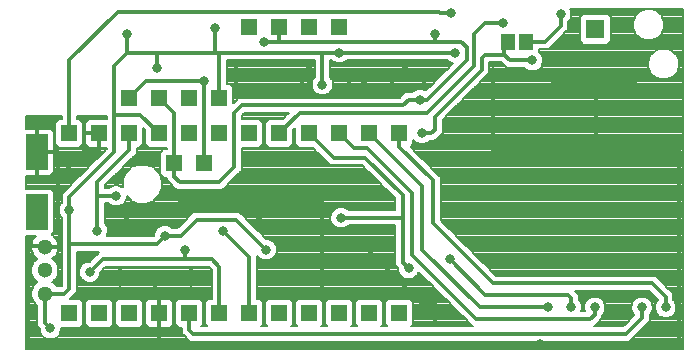
<source format=gbl>
%FSLAX35Y35*%
%MOIN*%
%IN2=KupferuntenL1(X.Bot)*%
%ADD10C,0.00591*%
%ADD11C,0.00004*%
%ADD12C,0.00154*%
%ADD13C,0.00192*%
%ADD14C,0.00197*%
%ADD15C,0.00200*%
%ADD16C,0.00240*%
%ADD17C,0.00288*%
%ADD18C,0.00300*%
%ADD19C,0.00394*%
%ADD20C,0.00400*%
%ADD21C,0.00450*%
%ADD22C,0.00500*%
%ADD23C,0.00600*%
%ADD24C,0.00787*%
%ADD25C,0.00800*%
%ADD26C,0.01000*%
%ADD27C,0.01024*%
%ADD28C,0.01181*%
%ADD29C,0.01575*%
%ADD30C,0.01969*%
%ADD31C,0.02362*%
%ADD32C,0.03150*%
%ADD33C,0.05000*%
%ADD34C,0.05118*%
%ADD35C,0.07087*%
%ADD36C,0.09843*%
%AMR_37*21,1,0.00591,0.01181,0,0,0.000*%
%ADD37R_37*%
%AMR_38*21,1,0.00600,0.07200,0,0,0.000*%
%ADD38R_38*%
%AMR_39*21,1,0.00787,0.04724,0,0,0.000*%
%ADD39R_39*%
%AMR_40*21,1,0.00788,0.03150,0,0,0.000*%
%ADD40R_40*%
%AMR_41*21,1,0.01181,0.01181,0,0,0.000*%
%ADD41R_41*%
%AMR_42*21,1,0.01250,0.04375,0,0,0.000*%
%ADD42R_42*%
%AMR_43*21,1,0.01400,0.05600,0,0,0.000*%
%ADD43R_43*%
%AMR_44*21,1,0.01574,0.03150,0,0,0.000*%
%ADD44R_44*%
%AMR_45*21,1,0.01574,0.04724,0,0,0.000*%
%ADD45R_45*%
%AMR_46*21,1,0.01800,0.02300,0,0,0.000*%
%ADD46R_46*%
%AMR_47*21,1,0.01969,0.02559,0,0,0.000*%
%ADD47R_47*%
%AMR_48*21,1,0.01969,0.05118,0,0,45.000*%
%ADD48R_48*%
%AMR_49*21,1,0.02000,0.02000,0,0,0.000*%
%ADD49R_49*%
%AMR_50*21,1,0.02165,0.04724,0,0,0.000*%
%ADD50R_50*%
%AMR_51*21,1,0.02500,0.02500,0,0,0.000*%
%ADD51R_51*%
%AMR_52*21,1,0.02500,0.05000,0,0,0.000*%
%ADD52R_52*%
%AMR_53*21,1,0.02559,0.05906,0,0,0.000*%
%ADD53R_53*%
%AMR_54*21,1,0.02756,0.09843,0,0,270.000*%
%ADD54R_54*%
%AMR_55*21,1,0.02953,0.05709,0,0,0.000*%
%ADD55R_55*%
%AMR_56*21,1,0.02953,0.06693,0,0,0.000*%
%ADD56R_56*%
%AMR_57*21,1,0.03150,0.00788,0,0,0.000*%
%ADD57R_57*%
%AMR_58*21,1,0.03150,0.01574,0,0,0.000*%
%ADD58R_58*%
%AMR_59*21,1,0.03750,0.01875,0,0,0.000*%
%ADD59R_59*%
%AMR_60*21,1,0.03937,0.01575,0,0,180.000*%
%ADD60R_60*%
%AMR_61*21,1,0.03937,0.05512,0,0,0.000*%
%ADD61R_61*%
%AMR_62*21,1,0.04600,0.05512,0,0,90.000*%
%ADD62R_62*%
%AMR_63*21,1,0.04600,0.05512,0,0,180.000*%
%ADD63R_63*%
%AMR_64*21,1,0.04724,0.01574,0,0,0.000*%
%ADD64R_64*%
%AMR_65*21,1,0.04724,0.04724,0,0,0.000*%
%ADD65R_65*%
%AMR_66*21,1,0.05118,0.01969,0,0,45.000*%
%ADD66R_66*%
%AMR_67*21,1,0.05118,0.05906,0,0,0.000*%
%ADD67R_67*%
%AMR_68*21,1,0.05118,0.05906,0,0,90.000*%
%ADD68R_68*%
%AMR_69*21,1,0.05118,0.05906,0,0,180.000*%
%ADD69R_69*%
%AMR_70*21,1,0.05118,0.05906,0,0,270.000*%
%ADD70R_70*%
%AMR_71*21,1,0.05118,0.06299,0,0,0.000*%
%ADD71R_71*%
%AMR_72*21,1,0.05118,0.06299,0,0,90.000*%
%ADD72R_72*%
%AMR_73*21,1,0.05118,0.06299,0,0,180.000*%
%ADD73R_73*%
%AMR_74*21,1,0.05315,0.02362,0,0,0.000*%
%ADD74R_74*%
%AMR_75*21,1,0.05512,0.02795,0,0,90.000*%
%ADD75R_75*%
%AMR_76*21,1,0.05512,0.05512,0,0,90.000*%
%ADD76R_76*%
%AMR_77*21,1,0.05512,0.05512,0,0,180.000*%
%ADD77R_77*%
%AMR_78*21,1,0.05512,0.05512,0,0,270.000*%
%ADD78R_78*%
%AMR_79*21,1,0.05600,0.01400,0,0,0.000*%
%ADD79R_79*%
%AMR_80*21,1,0.05709,0.02953,0,0,0.000*%
%ADD80R_80*%
%AMR_81*21,1,0.06299,0.05512,0,0,0.000*%
%ADD81R_81*%
%AMR_82*21,1,0.06299,0.05512,0,0,180.000*%
%ADD82R_82*%
%AMR_83*21,1,0.06299,0.06299,0,0,0.000*%
%ADD83R_83*%
%AMR_84*21,1,0.06299,0.07087,0,0,180.000*%
%ADD84R_84*%
%AMR_85*21,1,0.06299,0.07087,0,0,270.000*%
%ADD85R_85*%
%AMR_86*21,1,0.06693,0.02953,0,0,0.000*%
%ADD86R_86*%
%AMR_87*21,1,0.07087,0.11811,0,0,0.000*%
%ADD87R_87*%
%AMR_88*21,1,0.07087,0.14173,0,0,90.000*%
%ADD88R_88*%
%AMR_89*21,1,0.07200,0.00600,0,0,0.000*%
%ADD89R_89*%
%AMR_90*21,1,0.07874,0.06299,0,0,90.000*%
%ADD90R_90*%
%AMR_91*21,1,0.08661,0.04724,0,0,90.000*%
%ADD91R_91*%
%AMR_92*21,1,0.10625,0.01875,0,0,0.000*%
%ADD92R_92*%
%AMR_93*21,1,0.19685,0.19685,0,0,0.000*%
%ADD93R_93*%
%AMRR_94*21,1,0.03937,0.01260,0,0,0.000*21,1,0.03622,0.01575,0,0,0.000*1,1,0.00315,0.01811,0.00630*1,1,0.00315,-0.01811,-0.00630*1,1,0.00315,0.01811,-0.00630*1,1,0.00315,-0.01811,0.00630*%
%ADD94RR_94*%
G54D24*
X211718Y113776D02*
X211496Y113858D01*
X209773Y114493D01*
X207726Y114493D01*
X205781Y113776D02*
X206003Y113858D01*
X207726Y114493D01*
X204348Y112343D02*
X204445Y112441D01*
X205154Y113150D01*
X205781Y113776D01*
X203631Y110398D02*
X203861Y111024D01*
X204122Y111732D01*
X204348Y112343D01*
X203631Y108351D02*
X203631Y108898D01*
X203631Y109606D01*
X203631Y110315D01*
X203631Y110398D01*
X204348Y106406D02*
X204213Y106772D01*
X203952Y107480D01*
X203691Y108189D01*
X203631Y108351D01*
X205781Y104973D02*
X205399Y105354D01*
X204690Y106063D01*
X204348Y106406D01*
X207726Y104256D02*
X206668Y104646D01*
X205781Y104973D01*
X207726Y104256D02*
X209773Y104256D01*
X210831Y104646D01*
X211718Y104973D01*
X212100Y105354D01*
X212809Y106063D01*
X213151Y106406D01*
X213286Y106772D01*
X213547Y107480D01*
X213808Y108189D01*
X213868Y108351D01*
X213868Y108898D01*
X213868Y109606D01*
X213868Y110315D01*
X213868Y110398D01*
X213638Y111024D01*
X213377Y111732D01*
X213151Y112343D01*
X213054Y112441D01*
X212345Y113150D01*
X211718Y113776D01*
X196056Y111777D02*
X195392Y112441D01*
X194902Y112931D01*
X186972Y112931D01*
X185818Y111777D02*
X186482Y112441D01*
X186972Y112931D01*
X185818Y103847D02*
X185818Y103937D01*
X185818Y104646D01*
X185818Y105354D01*
X185818Y106063D01*
X185818Y106772D01*
X185818Y107480D01*
X185818Y108189D01*
X185818Y108898D01*
X185818Y109606D01*
X185818Y110315D01*
X185818Y111024D01*
X185818Y111732D01*
X185818Y111777D01*
X186972Y102693D02*
X186437Y103228D01*
X185818Y103847D01*
X186972Y102693D02*
X194902Y102693D01*
X195437Y103228D01*
X196056Y103847D01*
X196056Y103937D01*
X196056Y104646D01*
X196056Y105354D01*
X196056Y106063D01*
X196056Y106772D01*
X196056Y107480D01*
X196056Y108189D01*
X196056Y108898D01*
X196056Y109606D01*
X196056Y110315D01*
X196056Y111024D01*
X196056Y111732D01*
X196056Y111777D01*
X142069Y96952D02*
X141581Y97440D01*
X143416Y96456D02*
X142345Y96850D01*
X142069Y96952D01*
X143416Y96456D02*
X143461Y96456D01*
X134462Y87456D02*
X134643Y87638D01*
X135352Y88346D01*
X136060Y89055D01*
X136769Y89764D01*
X137478Y90472D01*
X138186Y91181D01*
X138895Y91890D01*
X139604Y92598D01*
X140312Y93307D01*
X141021Y94016D01*
X141730Y94724D01*
X142438Y95433D01*
X143147Y96142D01*
X143461Y96456D01*
X134462Y87456D02*
X133970Y87638D01*
X133208Y87918D01*
X131791Y87918D01*
X130444Y87422D02*
X131029Y87638D01*
X131791Y87918D01*
X129956Y86934D02*
X130444Y87422D01*
X129956Y86934D02*
X127689Y86934D01*
X125814Y85059D02*
X126267Y85512D01*
X126976Y86220D01*
X127684Y86929D01*
X127689Y86934D01*
X125814Y85059D02*
X72064Y85059D01*
X70391Y83386D02*
X71100Y84094D01*
X71808Y84803D01*
X72064Y85059D01*
X70349Y83344D02*
X70391Y83386D01*
X70349Y83344D02*
X70349Y83386D01*
X70349Y84094D01*
X70349Y84803D01*
X70349Y85512D01*
X70349Y86220D01*
X70349Y86929D01*
X70349Y87638D01*
X70349Y88346D01*
X70349Y88571D01*
X69865Y89055D01*
X69196Y89724D01*
X68184Y89724D01*
X68184Y89764D01*
X68184Y90472D01*
X68184Y91181D01*
X68184Y91890D01*
X68184Y92598D01*
X68184Y93307D01*
X68184Y94016D01*
X68184Y94724D01*
X68184Y95433D01*
X68184Y96142D01*
X68184Y96850D01*
X68184Y97440D01*
X97440Y97440D01*
X97440Y91918D02*
X97440Y92598D01*
X97440Y93307D01*
X97440Y94016D01*
X97440Y94724D01*
X97440Y95433D01*
X97440Y96142D01*
X97440Y96850D01*
X97440Y97440D01*
X96952Y91430D02*
X97412Y91890D01*
X97440Y91918D01*
X96456Y90083D02*
X96599Y90472D01*
X96860Y91181D01*
X96952Y91430D01*
X96456Y88666D02*
X96456Y89055D01*
X96456Y89764D01*
X96456Y90083D01*
X96952Y87319D02*
X96835Y87638D01*
X96573Y88346D01*
X96456Y88666D01*
X97944Y86327D02*
X97342Y86929D01*
X96952Y87319D01*
X99291Y85831D02*
X98233Y86220D01*
X97944Y86327D01*
X99291Y85831D02*
X100708Y85831D01*
X101766Y86220D01*
X102055Y86327D01*
X102657Y86929D01*
X103047Y87319D01*
X103164Y87638D01*
X103426Y88346D01*
X103543Y88666D01*
X103543Y89055D01*
X103543Y89764D01*
X103543Y90083D01*
X103400Y90472D01*
X103139Y91181D01*
X103047Y91430D01*
X102587Y91890D01*
X102559Y91918D01*
X102559Y92598D01*
X102559Y93307D01*
X102559Y94016D01*
X102559Y94724D01*
X102559Y95433D01*
X102559Y96142D01*
X102559Y96850D01*
X102559Y97440D01*
X103081Y97440D01*
X103569Y96952D02*
X103081Y97440D01*
X104916Y96456D02*
X103845Y96850D01*
X103569Y96952D01*
X104916Y96456D02*
X106333Y96456D01*
X107404Y96850D01*
X107680Y96952D01*
X108168Y97440D01*
X141581Y97440D01*
X220078Y1181D02*
X220078Y1890D01*
X220078Y2598D01*
X220078Y3307D01*
X220078Y4016D01*
X220078Y4724D01*
X220078Y5433D01*
X220078Y6142D01*
X220078Y6850D01*
X220078Y7559D01*
X220078Y8268D01*
X220078Y8976D01*
X220078Y9685D01*
X220078Y10394D01*
X220078Y11102D01*
X220078Y11811D01*
X220078Y12520D01*
X220078Y13228D01*
X220078Y13937D01*
X220078Y14646D01*
X220078Y15354D01*
X220078Y16063D01*
X220078Y16772D01*
X220078Y17480D01*
X220078Y18189D01*
X220078Y18898D01*
X220078Y19606D01*
X220078Y20315D01*
X220078Y21024D01*
X220078Y21732D01*
X220078Y22441D01*
X220078Y23150D01*
X220078Y23858D01*
X220078Y24567D01*
X220078Y25275D01*
X220078Y25984D01*
X220078Y26693D01*
X220078Y27401D01*
X220078Y28110D01*
X220078Y28819D01*
X220078Y29527D01*
X220078Y30236D01*
X220078Y30945D01*
X220078Y31653D01*
X220078Y32362D01*
X220078Y33071D01*
X220078Y33779D01*
X220078Y34488D01*
X220078Y35197D01*
X220078Y35905D01*
X220078Y36614D01*
X220078Y37323D01*
X220078Y38031D01*
X220078Y38740D01*
X220078Y39449D01*
X220078Y40157D01*
X220078Y40866D01*
X220078Y41575D01*
X220078Y42283D01*
X220078Y42992D01*
X220078Y43701D01*
X220078Y44409D01*
X220078Y45118D01*
X220078Y45827D01*
X220078Y46535D01*
X220078Y47244D01*
X220078Y47953D01*
X220078Y48661D01*
X220078Y49370D01*
X220078Y50079D01*
X220078Y50787D01*
X220078Y51496D01*
X220078Y52205D01*
X220078Y52913D01*
X220078Y53622D01*
X220078Y54331D01*
X220078Y55039D01*
X220078Y55748D01*
X220078Y56457D01*
X220078Y57165D01*
X220078Y57874D01*
X220078Y58583D01*
X220078Y59291D01*
X220078Y60000D01*
X220078Y60709D01*
X220078Y61417D01*
X220078Y62126D01*
X220078Y62835D01*
X220078Y63543D01*
X220078Y64252D01*
X220078Y64961D01*
X220078Y65669D01*
X220078Y66378D01*
X220078Y67087D01*
X220078Y67795D01*
X220078Y68504D01*
X220078Y69212D01*
X220078Y69921D01*
X220078Y70630D01*
X220078Y71338D01*
X220078Y72047D01*
X220078Y72756D01*
X220078Y73464D01*
X220078Y74173D01*
X220078Y74882D01*
X220078Y75590D01*
X220078Y76299D01*
X220078Y77008D01*
X220078Y77716D01*
X220078Y78425D01*
X220078Y79134D01*
X220078Y79842D01*
X220078Y80551D01*
X220078Y81260D01*
X220078Y81968D01*
X220078Y82677D01*
X220078Y83386D01*
X220078Y84094D01*
X220078Y84803D01*
X220078Y85512D01*
X220078Y86220D01*
X220078Y86929D01*
X220078Y87638D01*
X220078Y88346D01*
X220078Y89055D01*
X220078Y89764D01*
X220078Y90472D01*
X220078Y91181D01*
X220078Y91890D01*
X220078Y92598D01*
X220078Y93307D01*
X220078Y94016D01*
X220078Y94724D01*
X220078Y95433D01*
X220078Y96142D01*
X220078Y96850D01*
X220078Y97559D01*
X220078Y98268D01*
X220078Y98976D01*
X220078Y99685D01*
X220078Y100394D01*
X220078Y101102D01*
X220078Y101811D01*
X220078Y102520D01*
X220078Y103228D01*
X220078Y103937D01*
X220078Y104646D01*
X220078Y105354D01*
X220078Y106063D01*
X220078Y106772D01*
X220078Y107480D01*
X220078Y108189D01*
X220078Y108898D01*
X220078Y109606D01*
X220078Y110315D01*
X220078Y111024D01*
X220078Y111732D01*
X220078Y112441D01*
X220078Y113150D01*
X220078Y113858D01*
X220078Y114566D01*
X220078Y1181D02*
X1181Y1181D01*
X1181Y1890D01*
X1181Y2598D01*
X1181Y3307D01*
X1181Y4016D01*
X1181Y4724D01*
X1181Y5433D01*
X1181Y6142D01*
X1181Y6850D01*
X1181Y7559D01*
X1181Y8268D01*
X1181Y8976D01*
X1181Y9685D01*
X1181Y10394D01*
X1181Y11102D01*
X1181Y11811D01*
X1181Y12520D01*
X1181Y13228D01*
X1181Y13937D01*
X1181Y14646D01*
X1181Y15354D01*
X1181Y16063D01*
X1181Y16772D01*
X1181Y17480D01*
X1181Y18189D01*
X1181Y18898D01*
X1181Y19606D01*
X1181Y20315D01*
X1181Y21024D01*
X1181Y21732D01*
X1181Y22441D01*
X1181Y23150D01*
X1181Y23858D01*
X1181Y24567D01*
X1181Y25275D01*
X1181Y25984D01*
X1181Y26693D01*
X1181Y27401D01*
X1181Y28110D01*
X1181Y28819D01*
X1181Y29527D01*
X1181Y30236D01*
X1181Y30945D01*
X1181Y31653D01*
X1181Y32362D01*
X1181Y33071D01*
X1181Y33779D01*
X1181Y34488D01*
X1181Y35197D01*
X1181Y35905D01*
X1181Y36614D01*
X1181Y37323D01*
X1181Y38031D01*
X1181Y38740D01*
X1181Y39000D01*
X4606Y39000D01*
X3605Y38000D02*
X3637Y38031D01*
X4346Y38740D01*
X4606Y39000D01*
X2972Y36279D02*
X3095Y36614D01*
X3356Y37323D01*
X3605Y38000D01*
X2972Y34468D02*
X2972Y34488D01*
X2972Y35197D01*
X2972Y35625D02*
X2972Y35905D01*
X2972Y36279D01*
X3605Y32747D02*
X3486Y33071D01*
X3225Y33779D01*
X2972Y34468D01*
X4873Y31479D02*
X4699Y31653D01*
X3991Y32362D01*
X3605Y32747D01*
X4990Y31437D02*
X4873Y31479D01*
X4873Y31394D02*
X4990Y31437D01*
X3605Y30126D02*
X3716Y30236D01*
X4425Y30945D01*
X4873Y31394D01*
X2972Y28405D02*
X3124Y28819D01*
X3385Y29527D01*
X3605Y30126D01*
X2972Y26594D02*
X2972Y26693D01*
X2972Y27401D01*
X2972Y28110D01*
X2972Y28405D01*
X3605Y24873D02*
X3457Y25275D01*
X3196Y25984D01*
X2972Y26594D01*
X4873Y23605D02*
X4621Y23858D01*
X3912Y24567D01*
X3605Y24873D01*
X4990Y23562D02*
X4873Y23605D01*
X4873Y23520D02*
X4990Y23562D01*
X3605Y22252D02*
X3795Y22441D01*
X4503Y23150D01*
X4873Y23520D01*
X2972Y20531D02*
X3153Y21024D01*
X3414Y21732D01*
X3605Y22252D01*
X2972Y18720D02*
X2972Y18898D01*
X2972Y19606D01*
X2972Y20315D01*
X2972Y20531D01*
X3605Y16999D02*
X3428Y17480D01*
X3167Y18189D01*
X2972Y18720D01*
X4873Y15731D02*
X4542Y16063D01*
X3833Y16772D01*
X3605Y16999D01*
X4940Y15707D02*
X4873Y15731D01*
X4940Y10394D02*
X4940Y11102D01*
X4940Y11811D01*
X4940Y12520D01*
X4940Y13228D01*
X4940Y13937D01*
X4940Y14646D01*
X4940Y15354D01*
X4940Y15707D01*
X4940Y8939D02*
X4940Y8976D01*
X4940Y9685D01*
X4940Y10394D01*
X5831Y8049D02*
X5612Y8268D01*
X4940Y8939D01*
X5831Y7416D02*
X5831Y7559D01*
X5831Y8049D01*
X6327Y6069D02*
X6300Y6142D01*
X6039Y6850D01*
X5831Y7416D01*
X7319Y5077D02*
X6963Y5433D01*
X6327Y6069D01*
X8666Y4581D02*
X8276Y4724D01*
X7319Y5077D01*
X8666Y4581D02*
X10083Y4581D01*
X10473Y4724D01*
X11430Y5077D01*
X11786Y5433D01*
X12422Y6069D01*
X12449Y6142D01*
X12710Y6850D01*
X12918Y7416D01*
X12918Y7559D01*
X12918Y8268D01*
X12918Y8400D01*
X19196Y8400D01*
X19773Y8976D01*
X20349Y9553D01*
X20349Y9685D01*
X20349Y10394D01*
X20349Y11102D01*
X20349Y11811D01*
X20349Y12520D01*
X20349Y13228D01*
X20349Y13937D01*
X20349Y14646D01*
X20349Y15354D01*
X20349Y16063D01*
X20349Y16696D01*
X20274Y16772D01*
X19565Y17480D01*
X19196Y17849D01*
X15844Y17849D01*
X16183Y18189D01*
X16892Y18898D01*
X17601Y19606D01*
X18184Y20189D01*
X18184Y20315D01*
X18184Y21024D01*
X18184Y21732D01*
X18184Y22441D01*
X18184Y23150D01*
X18184Y23858D01*
X18184Y24567D01*
X18184Y25275D01*
X18184Y25984D01*
X18184Y26693D01*
X18184Y27401D01*
X18184Y28110D01*
X18184Y28819D01*
X18184Y29527D01*
X18184Y30236D01*
X18184Y30945D01*
X18184Y31653D01*
X18184Y32362D01*
X18184Y33071D01*
X18184Y33690D01*
X25695Y33690D01*
X23659Y31653D02*
X24367Y32362D01*
X25076Y33071D01*
X25695Y33690D01*
X22424Y30418D02*
X22950Y30945D01*
X23659Y31653D01*
X22424Y30418D02*
X21791Y30418D01*
X20444Y29922D02*
X21297Y30236D01*
X21791Y30418D01*
X19452Y28930D02*
X20050Y29527D01*
X20444Y29922D01*
X18956Y27583D02*
X19150Y28110D01*
X19411Y28819D01*
X19452Y28930D01*
X18956Y26166D02*
X18956Y26693D01*
X18956Y27401D01*
X18956Y27583D01*
X19452Y24819D02*
X19284Y25275D01*
X19023Y25984D01*
X18956Y26166D01*
X20444Y23827D02*
X20413Y23858D01*
X19704Y24567D01*
X19452Y24819D01*
X21791Y23331D02*
X20444Y23827D01*
X21791Y23331D02*
X23208Y23331D01*
X24555Y23827D01*
X24586Y23858D01*
X25295Y24567D01*
X25547Y24819D01*
X25715Y25275D01*
X25976Y25984D01*
X26043Y26166D01*
X26043Y26693D01*
X26043Y26799D01*
X26646Y27401D01*
X27355Y28110D01*
X27935Y28690D01*
X62064Y28690D01*
X63065Y27689D02*
X62644Y28110D01*
X62064Y28690D01*
X63065Y17849D02*
X63065Y18189D01*
X63065Y18898D01*
X63065Y19606D01*
X63065Y20315D01*
X63065Y21024D01*
X63065Y21732D01*
X63065Y22441D01*
X63065Y23150D01*
X63065Y23858D01*
X63065Y24567D01*
X63065Y25275D01*
X63065Y25984D01*
X63065Y26693D01*
X63065Y27401D01*
X63065Y27689D01*
X63065Y17849D02*
X62053Y17849D01*
X60900Y16696D02*
X60975Y16772D01*
X61684Y17480D01*
X62053Y17849D01*
X60900Y9553D02*
X60900Y9685D01*
X60900Y10394D01*
X60900Y11102D01*
X60900Y11811D01*
X60900Y12520D01*
X60900Y13228D01*
X60900Y13937D01*
X60900Y14646D01*
X60900Y15354D01*
X60900Y16063D01*
X60900Y16696D01*
X61644Y8809D02*
X61476Y8976D01*
X60900Y9553D01*
X61644Y8809D02*
X59605Y8809D01*
X59773Y8976D01*
X60349Y9553D01*
X60349Y9685D01*
X60349Y10394D01*
X60349Y11102D01*
X60349Y11811D01*
X60349Y12520D01*
X60349Y13228D01*
X60349Y13937D01*
X60349Y14646D01*
X60349Y15354D01*
X60349Y16063D01*
X60349Y16696D01*
X60274Y16772D01*
X59565Y17480D01*
X59196Y17849D01*
X52053Y17849D01*
X50900Y16696D02*
X50975Y16772D01*
X51684Y17480D01*
X52053Y17849D01*
X50900Y9553D02*
X50900Y9685D01*
X50900Y10394D01*
X50900Y11102D01*
X50900Y11811D01*
X50900Y12520D01*
X50900Y13228D01*
X50900Y13937D01*
X50900Y14646D01*
X50900Y15354D01*
X50900Y16063D01*
X50900Y16696D01*
X52053Y8400D02*
X51476Y8976D01*
X50900Y9553D01*
X52053Y8400D02*
X53065Y8400D01*
X53065Y6439D02*
X53065Y6850D01*
X53065Y7559D01*
X53065Y8268D01*
X53065Y8400D01*
X54780Y4724D02*
X54071Y5433D01*
X53363Y6142D01*
X53065Y6439D01*
X55814Y3690D02*
X55489Y4016D01*
X54780Y4724D01*
X55814Y3690D02*
X202310Y3690D01*
X202635Y4016D01*
X203344Y4724D01*
X204053Y5433D01*
X204761Y6142D01*
X205470Y6850D01*
X206179Y7559D01*
X206887Y8268D01*
X207596Y8976D01*
X208305Y9685D01*
X209013Y10394D01*
X209119Y10499D01*
X209119Y11102D01*
X209119Y11811D01*
X209119Y12520D01*
X209119Y12554D01*
X209607Y13043D01*
X209676Y13228D01*
X209937Y13937D01*
X210103Y14389D01*
X210103Y14646D01*
X210103Y15354D01*
X210103Y15807D01*
X210009Y16063D01*
X209748Y16772D01*
X209607Y17153D01*
X209280Y17480D01*
X208615Y18146D01*
X208497Y18189D01*
X207268Y18642D01*
X205851Y18642D01*
X204504Y18146D02*
X204622Y18189D01*
X205851Y18642D01*
X203512Y17153D02*
X203839Y17480D01*
X204504Y18146D01*
X203016Y15807D02*
X203110Y16063D01*
X203371Y16772D01*
X203512Y17153D01*
X203016Y14389D02*
X203016Y14646D01*
X203016Y15354D01*
X203016Y15807D01*
X203512Y13043D02*
X203444Y13228D01*
X203182Y13937D01*
X203016Y14389D01*
X203967Y12587D02*
X203512Y13043D01*
X200189Y8809D02*
X200357Y8976D01*
X201065Y9685D01*
X201774Y10394D01*
X202483Y11102D01*
X203191Y11811D01*
X203900Y12520D01*
X203967Y12587D01*
X200189Y8809D02*
X190554Y8809D01*
X190721Y8976D01*
X191430Y9685D01*
X192138Y10394D01*
X192847Y11102D01*
X193371Y11626D01*
X193371Y11811D01*
X193371Y12520D01*
X193371Y12554D01*
X193859Y13043D01*
X193927Y13228D01*
X194189Y13937D01*
X194355Y14389D01*
X194355Y14646D01*
X194355Y15354D01*
X194355Y15807D01*
X194261Y16063D01*
X194000Y16772D01*
X193859Y17153D01*
X193532Y17480D01*
X192867Y18146D01*
X192749Y18189D01*
X191520Y18642D01*
X190103Y18642D01*
X188756Y18146D02*
X188874Y18189D01*
X190103Y18642D01*
X187764Y17153D02*
X188091Y17480D01*
X188756Y18146D01*
X187268Y15807D02*
X187362Y16063D01*
X187623Y16772D01*
X187764Y17153D01*
X187268Y14389D02*
X187268Y14646D01*
X187268Y15354D01*
X187268Y15807D01*
X187482Y13809D02*
X187434Y13937D01*
X187268Y14389D01*
X187482Y13809D02*
X186267Y13809D01*
X186315Y13937D01*
X186481Y14389D01*
X186481Y14646D01*
X186481Y15354D01*
X186481Y15807D01*
X186387Y16063D01*
X186126Y16772D01*
X185985Y17153D01*
X185658Y17480D01*
X185497Y17641D01*
X185497Y18189D01*
X185497Y18898D01*
X185497Y19372D01*
X185262Y19606D01*
X184554Y20315D01*
X184304Y20565D01*
X208939Y20565D01*
X211869Y17636D02*
X211316Y18189D01*
X210607Y18898D01*
X209898Y19606D01*
X209190Y20315D01*
X208939Y20565D01*
X211386Y17153D02*
X211713Y17480D01*
X211869Y17636D01*
X210890Y15807D02*
X210984Y16063D01*
X211245Y16772D01*
X211386Y17153D01*
X210890Y14389D02*
X210890Y14646D01*
X210890Y15354D01*
X210890Y15807D01*
X211386Y13043D02*
X211318Y13228D01*
X211056Y13937D01*
X210890Y14389D01*
X212378Y12050D02*
X211909Y12520D01*
X211386Y13043D01*
X213725Y11554D02*
X213028Y11811D01*
X212378Y12050D01*
X213725Y11554D02*
X215142Y11554D01*
X215839Y11811D01*
X216489Y12050D01*
X216958Y12520D01*
X217481Y13043D01*
X217550Y13228D01*
X217811Y13937D01*
X217977Y14389D01*
X217977Y14646D01*
X217977Y15354D01*
X217977Y15807D01*
X217883Y16063D01*
X217622Y16772D01*
X217481Y17153D01*
X217154Y17480D01*
X216993Y17641D01*
X216993Y18189D01*
X216993Y18898D01*
X216993Y19606D01*
X216993Y19751D01*
X216429Y20315D01*
X215720Y21024D01*
X215011Y21732D01*
X214303Y22441D01*
X213594Y23150D01*
X212885Y23858D01*
X212177Y24567D01*
X211468Y25275D01*
X211060Y25684D01*
X157935Y25684D01*
X157634Y25984D01*
X156926Y26693D01*
X156217Y27401D01*
X155508Y28110D01*
X154800Y28819D01*
X154091Y29527D01*
X153382Y30236D01*
X152674Y30945D01*
X151965Y31653D01*
X151257Y32362D01*
X150548Y33071D01*
X149839Y33779D01*
X149131Y34488D01*
X148422Y35197D01*
X147713Y35905D01*
X147005Y36614D01*
X146296Y37323D01*
X145587Y38031D01*
X144879Y38740D01*
X144170Y39449D01*
X143461Y40157D01*
X142753Y40866D01*
X142044Y41575D01*
X141335Y42283D01*
X140627Y42992D01*
X139918Y43701D01*
X139434Y44185D01*
X139434Y44409D01*
X139434Y45118D01*
X139434Y45827D01*
X139434Y46535D01*
X139434Y47244D01*
X139434Y47953D01*
X139434Y48661D01*
X139434Y49370D01*
X139434Y50079D01*
X139434Y50787D01*
X139434Y51496D01*
X139434Y52205D01*
X139434Y52913D01*
X139434Y53622D01*
X139434Y54331D01*
X139434Y55039D01*
X139434Y55748D01*
X139434Y56457D01*
X139434Y57165D01*
X139434Y57874D01*
X139434Y58560D01*
X139411Y58583D01*
X138702Y59291D01*
X137994Y60000D01*
X137285Y60709D01*
X136576Y61417D01*
X135868Y62126D01*
X135159Y62835D01*
X134450Y63543D01*
X133742Y64252D01*
X133033Y64961D01*
X132324Y65669D01*
X131616Y66378D01*
X130907Y67087D01*
X130198Y67795D01*
X129490Y68504D01*
X129395Y68599D01*
X130009Y69212D01*
X130349Y69553D01*
X130349Y69921D01*
X130349Y70630D01*
X130349Y70797D01*
X131069Y70077D02*
X130516Y70630D01*
X130349Y70797D01*
X132416Y69581D02*
X131492Y69921D01*
X131069Y70077D01*
X132416Y69581D02*
X133833Y69581D01*
X134757Y69921D01*
X135180Y70077D01*
X135668Y70565D01*
X137310Y70565D01*
X137374Y70630D01*
X138083Y71338D01*
X138792Y72047D01*
X139500Y72756D01*
X140059Y73314D01*
X140059Y73464D01*
X140059Y74173D01*
X140059Y74882D01*
X140059Y75590D01*
X140059Y76299D01*
X140059Y77008D01*
X140059Y77689D01*
X140086Y77716D01*
X140795Y78425D01*
X141503Y79134D01*
X142212Y79842D01*
X142921Y80551D01*
X143629Y81260D01*
X144338Y81968D01*
X145047Y82677D01*
X145755Y83386D01*
X146464Y84094D01*
X147173Y84803D01*
X147881Y85512D01*
X148590Y86220D01*
X149299Y86929D01*
X150007Y87638D01*
X150716Y88346D01*
X151425Y89055D01*
X152133Y89764D01*
X152842Y90472D01*
X153551Y91181D01*
X154259Y91890D01*
X154968Y92598D01*
X155677Y93307D01*
X155684Y93314D01*
X155684Y94016D01*
X155684Y94724D01*
X155684Y95433D01*
X155684Y96142D01*
X155684Y96815D01*
X159564Y96815D01*
X160238Y96142D02*
X159564Y96815D01*
X161498Y94881D02*
X160946Y95433D01*
X160238Y96142D01*
X161498Y94881D02*
X167500Y94881D01*
X167988Y94393D02*
X167657Y94724D01*
X167500Y94881D01*
X169335Y93897D02*
X169012Y94016D01*
X167988Y94393D01*
X169335Y93897D02*
X170753Y93897D01*
X171075Y94016D01*
X172099Y94393D01*
X172431Y94724D01*
X173091Y95385D01*
X173109Y95433D01*
X173370Y96142D01*
X173587Y96732D01*
X173587Y96850D01*
X173587Y97559D01*
X173587Y98149D01*
X173544Y98268D01*
X173283Y98976D01*
X173091Y99496D01*
X172902Y99685D01*
X172268Y100319D01*
X172268Y100394D01*
X172268Y101102D01*
X172268Y101190D01*
X175435Y101190D01*
X176056Y101811D01*
X176764Y102520D01*
X177473Y103228D01*
X178182Y103937D01*
X178890Y104646D01*
X179599Y105354D01*
X180307Y106063D01*
X181016Y106772D01*
X181725Y107480D01*
X181978Y107734D01*
X181978Y108189D01*
X181978Y108898D01*
X181978Y109606D01*
X181978Y110315D01*
X181978Y110522D01*
X182466Y111010D01*
X182471Y111024D01*
X182732Y111732D01*
X182962Y112357D01*
X182962Y112441D01*
X182962Y113150D01*
X182962Y113774D01*
X182932Y113858D01*
X182671Y114566D01*
X220078Y114566D01*
X216718Y100651D02*
X215495Y101102D01*
X214773Y101368D01*
X212726Y101368D01*
X210781Y100651D02*
X212004Y101102D01*
X212726Y101368D01*
X209348Y99218D02*
X209814Y99685D01*
X210523Y100394D01*
X210781Y100651D01*
X208631Y97273D02*
X208736Y97559D01*
X208997Y98268D01*
X209258Y98976D01*
X209348Y99218D01*
X208631Y95226D02*
X208631Y95433D01*
X208631Y96142D01*
X208631Y96850D01*
X208631Y97273D01*
X209348Y93281D02*
X209338Y93307D01*
X209077Y94016D01*
X208816Y94724D01*
X208631Y95226D01*
X210781Y91848D02*
X210739Y91890D01*
X210030Y92598D01*
X209348Y93281D01*
X212726Y91131D02*
X212590Y91181D01*
X210781Y91848D01*
X212726Y91131D02*
X214773Y91131D01*
X214909Y91181D01*
X216718Y91848D01*
X216760Y91890D01*
X217469Y92598D01*
X218151Y93281D01*
X218161Y93307D01*
X218422Y94016D01*
X218683Y94724D01*
X218868Y95226D01*
X218868Y95433D01*
X218868Y96142D01*
X218868Y96850D01*
X218868Y97273D01*
X218763Y97559D01*
X218502Y98268D01*
X218241Y98976D01*
X218151Y99218D01*
X217685Y99685D01*
X216976Y100394D01*
X216718Y100651D01*
X28065Y77849D02*
X28065Y78425D01*
X28065Y78980D01*
X28065Y77849D02*
X22053Y77849D01*
X20900Y76696D02*
X21212Y77008D01*
X21920Y77716D01*
X22053Y77849D01*
X20900Y69553D02*
X20900Y69921D01*
X20900Y70630D01*
X20900Y71338D01*
X20900Y72047D01*
X20900Y72756D01*
X20900Y73125D02*
X20900Y73464D01*
X20900Y74173D01*
X20900Y74882D01*
X20900Y75590D01*
X20900Y76299D01*
X20900Y76696D01*
X22053Y68400D02*
X21949Y68504D01*
X21240Y69212D01*
X20900Y69553D01*
X25625Y68400D02*
X28065Y68400D01*
X28065Y67935D02*
X28065Y68400D01*
X13065Y52935D02*
X13752Y53622D01*
X14461Y54331D01*
X15170Y55039D01*
X15878Y55748D01*
X16587Y56457D01*
X17296Y57165D01*
X18004Y57874D01*
X18713Y58583D01*
X19422Y59291D01*
X20130Y60000D01*
X20839Y60709D01*
X21548Y61417D01*
X22256Y62126D01*
X22965Y62835D01*
X23674Y63543D01*
X24382Y64252D01*
X25091Y64961D01*
X25800Y65669D01*
X26508Y66378D01*
X27217Y67087D01*
X27926Y67795D01*
X28065Y67935D01*
X13065Y50787D02*
X13065Y51496D01*
X13065Y52205D01*
X13065Y52913D01*
X13065Y52935D01*
X13065Y50043D02*
X13065Y50079D01*
X13065Y50787D01*
X12577Y49555D02*
X13065Y50043D01*
X12081Y48208D02*
X12248Y48661D01*
X12509Y49370D01*
X12577Y49555D01*
X12081Y46791D02*
X12081Y47244D01*
X12081Y47953D01*
X12081Y48208D01*
X12577Y45444D02*
X12436Y45827D01*
X12175Y46535D01*
X12081Y46791D01*
X13065Y44956D02*
X12903Y45118D01*
X12577Y45444D01*
X13065Y36614D02*
X13065Y37323D01*
X13065Y38031D01*
X13065Y38740D01*
X13065Y39449D01*
X13065Y40157D01*
X13065Y40866D01*
X13065Y41575D01*
X13065Y42283D01*
X13065Y42992D01*
X13065Y43701D01*
X13065Y44409D01*
X13065Y44956D01*
X13065Y34488D02*
X13065Y35197D01*
X13065Y35905D01*
X13065Y36614D01*
X13065Y22310D02*
X13065Y22441D01*
X13065Y23150D01*
X13065Y23858D01*
X13065Y24567D01*
X13065Y25275D01*
X13065Y25984D01*
X13065Y26693D01*
X13065Y27401D01*
X13065Y28110D01*
X13065Y28819D01*
X13065Y29527D01*
X13065Y30236D01*
X13065Y30945D01*
X13065Y31653D01*
X13065Y32362D01*
X13065Y33071D01*
X13065Y33779D01*
X13065Y34488D01*
X12940Y22185D02*
X13065Y22310D01*
X12940Y22185D02*
X11418Y22185D01*
X11394Y22252D01*
X11204Y22441D01*
X10496Y23150D01*
X10126Y23520D01*
X10009Y23562D01*
X10126Y23605D01*
X10378Y23858D01*
X11087Y24567D01*
X11394Y24873D01*
X11542Y25275D01*
X11803Y25984D01*
X12027Y26594D01*
X12027Y26693D01*
X12027Y27401D01*
X12027Y28110D01*
X12027Y28405D01*
X11875Y28819D01*
X11614Y29527D01*
X11394Y30126D01*
X11283Y30236D01*
X10574Y30945D01*
X10126Y31394D01*
X10009Y31437D01*
X10126Y31479D01*
X10300Y31653D01*
X11008Y32362D01*
X11394Y32747D01*
X11513Y33071D01*
X11774Y33779D01*
X12027Y34468D01*
X12027Y34488D01*
X12027Y35197D01*
X12027Y35374D02*
X12027Y35905D01*
X12027Y36279D01*
X11904Y36614D01*
X11643Y37323D01*
X11394Y38000D01*
X11362Y38031D01*
X10653Y38740D01*
X10126Y39268D01*
X9760Y39402D01*
X9807Y39449D01*
X10512Y40153D01*
X10512Y40157D01*
X10512Y40866D01*
X10512Y41575D01*
X10512Y42283D01*
X10512Y42992D01*
X10512Y43701D01*
X10512Y44409D01*
X10512Y45118D01*
X10512Y45827D01*
X10512Y46535D01*
X10512Y47244D01*
X10512Y47953D01*
X10512Y48661D01*
X10512Y49370D01*
X10512Y50079D01*
X10512Y50787D01*
X10512Y51496D01*
X10512Y52205D01*
X10512Y52913D01*
X10512Y53596D01*
X10485Y53622D01*
X9777Y54331D01*
X9358Y54749D01*
X1181Y54749D01*
X1181Y55039D01*
X1181Y55748D01*
X1181Y56457D01*
X1181Y57165D01*
X1181Y57874D01*
X1181Y58583D01*
X1181Y59000D01*
X5000Y59000D02*
X9358Y59000D01*
X9649Y59291D01*
X10358Y60000D01*
X10512Y60153D01*
X10512Y60709D01*
X10512Y61417D01*
X10512Y62126D01*
X10512Y62835D01*
X10512Y63543D01*
X10512Y64252D01*
X10512Y64961D01*
X10512Y65669D01*
X10512Y66378D01*
X10512Y66875D02*
X10512Y67087D01*
X10512Y67795D01*
X10512Y68504D01*
X10512Y69212D01*
X10512Y69921D01*
X10512Y70630D01*
X10512Y71338D01*
X10512Y72047D01*
X10512Y72756D01*
X10512Y73464D01*
X10512Y73596D01*
X9934Y74173D01*
X9358Y74749D01*
X5000Y74749D02*
X1181Y74749D01*
X1181Y74882D01*
X1181Y75590D01*
X1181Y76299D01*
X1181Y77008D01*
X1181Y77716D01*
X1181Y78425D01*
X1181Y78980D01*
X13065Y78980D01*
X13065Y77849D02*
X13065Y78425D01*
X13065Y78980D01*
X13065Y77849D02*
X12053Y77849D01*
X10900Y76696D02*
X11212Y77008D01*
X11920Y77716D01*
X12053Y77849D01*
X10900Y69553D02*
X10900Y69921D01*
X10900Y70630D01*
X10900Y71338D01*
X10900Y72047D01*
X10900Y72756D01*
X10900Y73464D01*
X10900Y74173D01*
X10900Y74882D01*
X10900Y75590D01*
X10900Y76299D01*
X10900Y76696D01*
X12053Y68400D02*
X11949Y68504D01*
X11240Y69212D01*
X10900Y69553D01*
X12053Y68400D02*
X19196Y68400D01*
X19300Y68504D01*
X20009Y69212D01*
X20349Y69553D01*
X20349Y69921D01*
X20349Y70630D01*
X20349Y71338D01*
X20349Y72047D01*
X20349Y72756D01*
X20349Y73464D01*
X20349Y74173D01*
X20349Y74882D01*
X20349Y75590D01*
X20349Y76299D01*
X20349Y76696D01*
X20037Y77008D01*
X19329Y77716D01*
X19196Y77849D01*
X18184Y77849D01*
X18184Y78425D01*
X18184Y78980D01*
X28065Y78980D01*
X86730Y77849D02*
X87305Y78425D01*
X88014Y79134D01*
X88723Y79842D01*
X88820Y79940D01*
X86730Y77849D02*
X82053Y77849D01*
X80900Y76696D02*
X81212Y77008D01*
X81920Y77716D01*
X82053Y77849D01*
X80900Y69553D02*
X80900Y69921D01*
X80900Y70630D01*
X80900Y71338D01*
X80900Y72047D01*
X80900Y72756D01*
X80900Y73464D01*
X80900Y74173D01*
X80900Y74882D01*
X80900Y75590D01*
X80900Y76299D01*
X80900Y76696D01*
X82053Y68400D02*
X81949Y68504D01*
X81240Y69212D01*
X80900Y69553D01*
X82053Y68400D02*
X89196Y68400D01*
X89300Y68504D01*
X90009Y69212D01*
X90349Y69553D01*
X90349Y69921D01*
X90349Y70630D01*
X90349Y71338D01*
X90349Y72047D01*
X90349Y72756D01*
X90349Y73464D01*
X90349Y74173D01*
X90349Y74230D01*
X90900Y74780D01*
X90900Y69553D02*
X90900Y69921D01*
X90900Y70630D01*
X90900Y71338D01*
X90900Y72047D01*
X90900Y72756D01*
X90900Y73464D01*
X90900Y74173D01*
X90900Y74780D01*
X92053Y68400D02*
X91949Y68504D01*
X91240Y69212D01*
X90900Y69553D01*
X92053Y68400D02*
X96730Y68400D01*
X101586Y63543D02*
X100878Y64252D01*
X100169Y64961D01*
X99460Y65669D01*
X98752Y66378D01*
X98043Y67087D01*
X97334Y67795D01*
X96730Y68400D01*
X102689Y62440D02*
X102295Y62835D01*
X101586Y63543D01*
X102689Y62440D02*
X113314Y62440D01*
X124315Y51439D02*
X124258Y51496D01*
X123550Y52205D01*
X122841Y52913D01*
X122132Y53622D01*
X121424Y54331D01*
X120715Y55039D01*
X120006Y55748D01*
X119298Y56457D01*
X118589Y57165D01*
X117880Y57874D01*
X117172Y58583D01*
X116463Y59291D01*
X115755Y60000D01*
X115046Y60709D01*
X114337Y61417D01*
X113629Y62126D01*
X113314Y62440D01*
X124315Y47559D02*
X124315Y47953D01*
X124315Y48661D01*
X124315Y49370D01*
X124315Y50079D01*
X124315Y50787D01*
X124315Y51439D01*
X124315Y47559D02*
X108793Y47559D01*
X108399Y47953D01*
X108305Y48047D01*
X106958Y48543D01*
X105541Y48543D01*
X104194Y48047D02*
X105541Y48543D01*
X103202Y47055D02*
X103391Y47244D01*
X104100Y47953D01*
X104194Y48047D01*
X102706Y45708D02*
X102749Y45827D01*
X103011Y46535D01*
X103202Y47055D01*
X102706Y44291D02*
X102706Y44409D01*
X102706Y45118D01*
X102706Y45708D01*
X103202Y42944D02*
X103184Y42992D01*
X102923Y43701D01*
X102706Y44291D01*
X104194Y41952D02*
X103863Y42283D01*
X103202Y42944D01*
X105541Y41456D02*
X105218Y41575D01*
X104194Y41952D01*
X105541Y41456D02*
X106958Y41456D01*
X107281Y41575D01*
X108305Y41952D01*
X108636Y42283D01*
X108793Y42440D01*
X124315Y42440D01*
X124315Y30945D02*
X124315Y31653D01*
X124315Y32362D01*
X124315Y33071D01*
X124315Y33779D01*
X124315Y34488D01*
X124315Y35197D01*
X124315Y35905D01*
X124315Y36614D01*
X124315Y37323D01*
X124315Y38031D01*
X124315Y38740D01*
X124315Y39449D01*
X124315Y40157D01*
X124315Y40866D01*
X124315Y41575D01*
X124315Y42283D01*
X124315Y42440D01*
X124315Y28939D02*
X124315Y29527D01*
X124315Y30236D01*
X124315Y30945D01*
X125206Y28049D02*
X125144Y28110D01*
X124436Y28819D01*
X124315Y28939D01*
X125206Y27416D02*
X125206Y28049D01*
X125702Y26069D02*
X125472Y26693D01*
X125211Y27401D01*
X125206Y27416D01*
X126694Y25077D02*
X126496Y25275D01*
X125787Y25984D01*
X125702Y26069D01*
X128041Y24581D02*
X126694Y25077D01*
X128041Y24581D02*
X129458Y24581D01*
X130805Y25077D01*
X131003Y25275D01*
X131712Y25984D01*
X131797Y26069D01*
X132027Y26693D01*
X132070Y26810D01*
X149194Y9685D02*
X148486Y10394D01*
X147777Y11102D01*
X147068Y11811D01*
X146360Y12520D01*
X145651Y13228D01*
X144942Y13937D01*
X144234Y14646D01*
X143525Y15354D01*
X142817Y16063D01*
X142108Y16772D01*
X141399Y17480D01*
X140691Y18189D01*
X139982Y18898D01*
X139273Y19606D01*
X138565Y20315D01*
X137856Y21024D01*
X137147Y21732D01*
X136439Y22441D01*
X135730Y23150D01*
X135021Y23858D01*
X134313Y24567D01*
X133604Y25275D01*
X132895Y25984D01*
X132187Y26693D01*
X132070Y26810D01*
X150070Y8809D02*
X149903Y8976D01*
X149194Y9685D01*
X150070Y8809D02*
X129605Y8809D01*
X129773Y8976D01*
X130349Y9553D01*
X130349Y9685D01*
X130349Y10394D01*
X130349Y11102D01*
X130349Y11811D01*
X130349Y12520D01*
X130349Y13228D01*
X130349Y13937D01*
X130349Y14646D01*
X130349Y15354D01*
X130349Y16063D01*
X130349Y16696D01*
X130274Y16772D01*
X129565Y17480D01*
X129196Y17849D01*
X122053Y17849D01*
X120900Y16696D02*
X120975Y16772D01*
X121684Y17480D01*
X122053Y17849D01*
X120900Y9553D02*
X120900Y9685D01*
X120900Y10394D01*
X120900Y11102D01*
X120900Y11811D01*
X120900Y12520D01*
X120900Y13228D01*
X120900Y13937D01*
X120900Y14646D01*
X120900Y15354D01*
X120900Y16063D01*
X120900Y16696D01*
X121644Y8809D02*
X121476Y8976D01*
X120900Y9553D01*
X121644Y8809D02*
X119605Y8809D01*
X119773Y8976D01*
X120349Y9553D01*
X120349Y9685D01*
X120349Y10394D01*
X120349Y11102D01*
X120349Y11811D01*
X120349Y12520D01*
X120349Y13228D01*
X120349Y13937D01*
X120349Y14646D01*
X120349Y15354D01*
X120349Y16063D01*
X120349Y16696D01*
X120274Y16772D01*
X119565Y17480D01*
X119196Y17849D01*
X112053Y17849D01*
X110900Y16696D02*
X110975Y16772D01*
X111684Y17480D01*
X112053Y17849D01*
X110900Y9553D02*
X110900Y9685D01*
X110900Y10394D01*
X110900Y11102D01*
X110900Y11811D01*
X110900Y12520D01*
X110900Y13228D01*
X110900Y13937D01*
X110900Y14646D01*
X110900Y15354D01*
X110900Y16063D01*
X110900Y16696D01*
X111644Y8809D02*
X111476Y8976D01*
X110900Y9553D01*
X111644Y8809D02*
X109605Y8809D01*
X109773Y8976D01*
X110349Y9553D01*
X110349Y9685D01*
X110349Y10394D01*
X110349Y11102D01*
X110349Y11811D01*
X110349Y12520D01*
X110349Y13228D01*
X110349Y13937D01*
X110349Y14646D01*
X110349Y15354D01*
X110349Y16063D01*
X110349Y16696D01*
X110274Y16772D01*
X109565Y17480D01*
X109196Y17849D01*
X102053Y17849D01*
X100900Y16696D02*
X100975Y16772D01*
X101684Y17480D01*
X102053Y17849D01*
X100900Y9553D02*
X100900Y9685D01*
X100900Y10394D01*
X100900Y11102D01*
X100900Y11811D01*
X100900Y12520D01*
X100900Y13228D01*
X100900Y13937D01*
X100900Y14646D01*
X100900Y15354D01*
X100900Y16063D01*
X100900Y16696D01*
X101644Y8809D02*
X101476Y8976D01*
X100900Y9553D01*
X101644Y8809D02*
X99605Y8809D01*
X99773Y8976D01*
X100349Y9553D01*
X100349Y9685D01*
X100349Y10394D01*
X100349Y11102D01*
X100349Y11811D01*
X100349Y12520D01*
X100349Y13228D01*
X100349Y13937D01*
X100349Y14646D01*
X100349Y15354D01*
X100349Y16063D01*
X100349Y16696D01*
X100274Y16772D01*
X99565Y17480D01*
X99196Y17849D01*
X92053Y17849D01*
X90900Y16696D02*
X90975Y16772D01*
X91684Y17480D01*
X92053Y17849D01*
X90900Y9553D02*
X90900Y9685D01*
X90900Y10394D01*
X90900Y11102D01*
X90900Y11811D01*
X90900Y12520D01*
X90900Y13228D01*
X90900Y13937D01*
X90900Y14646D01*
X90900Y15354D01*
X90900Y16063D01*
X90900Y16696D01*
X91644Y8809D02*
X91476Y8976D01*
X90900Y9553D01*
X91644Y8809D02*
X89605Y8809D01*
X89773Y8976D01*
X90349Y9553D01*
X90349Y9685D01*
X90349Y10394D01*
X90349Y11102D01*
X90349Y11811D01*
X90349Y12520D01*
X90349Y13228D01*
X90349Y13937D01*
X90349Y14646D01*
X90349Y15354D01*
X90349Y16063D01*
X90349Y16696D01*
X90274Y16772D01*
X89565Y17480D01*
X89196Y17849D01*
X82053Y17849D01*
X80900Y16696D02*
X80975Y16772D01*
X81684Y17480D01*
X82053Y17849D01*
X80900Y9553D02*
X80900Y9685D01*
X80900Y10394D01*
X80900Y11102D01*
X80900Y11811D01*
X80900Y12520D01*
X80900Y13228D01*
X80900Y13937D01*
X80900Y14646D01*
X80900Y15354D01*
X80900Y16063D01*
X80900Y16696D01*
X81644Y8809D02*
X81476Y8976D01*
X80900Y9553D01*
X81644Y8809D02*
X79605Y8809D01*
X79773Y8976D01*
X80349Y9553D01*
X80349Y9685D01*
X80349Y10394D01*
X80349Y11102D01*
X80349Y11811D01*
X80349Y12520D01*
X80349Y13228D01*
X80349Y13937D01*
X80349Y14646D01*
X80349Y15354D01*
X80349Y16063D01*
X80349Y16696D01*
X80274Y16772D01*
X79565Y17480D01*
X79196Y17849D01*
X78184Y17849D01*
X78184Y18189D01*
X78184Y18898D01*
X78184Y19606D01*
X78184Y20315D01*
X78184Y21024D01*
X78184Y21732D01*
X78184Y22441D01*
X78184Y23150D01*
X78184Y23858D01*
X78184Y24567D01*
X78184Y25275D01*
X78184Y25984D01*
X78184Y26693D01*
X78184Y27401D01*
X78184Y28110D01*
X78184Y28819D01*
X78184Y29527D01*
X78184Y30236D01*
X78184Y30945D01*
X78184Y31653D01*
X78184Y32362D01*
X78184Y32368D01*
X78202Y32319D02*
X78186Y32362D01*
X78184Y32368D01*
X79194Y31327D02*
X78868Y31653D01*
X78202Y32319D01*
X80541Y30831D02*
X80231Y30945D01*
X79194Y31327D01*
X80541Y30831D02*
X81958Y30831D01*
X82268Y30945D01*
X83305Y31327D01*
X83631Y31653D01*
X84297Y32319D01*
X84313Y32362D01*
X84574Y33071D01*
X84793Y33666D01*
X84793Y33779D01*
X84793Y34488D01*
X84793Y35083D01*
X84751Y35197D01*
X84490Y35905D01*
X84297Y36430D01*
X84113Y36614D01*
X83404Y37323D01*
X83305Y37422D01*
X81958Y37918D01*
X81325Y37918D01*
X81212Y38031D01*
X80504Y38740D01*
X79795Y39449D01*
X79086Y40157D01*
X78378Y40866D01*
X77669Y41575D01*
X76960Y42283D01*
X76252Y42992D01*
X75543Y43701D01*
X74834Y44409D01*
X74126Y45118D01*
X73417Y45827D01*
X72708Y46535D01*
X72310Y46934D01*
X57064Y46934D01*
X55248Y45118D02*
X55957Y45827D01*
X56666Y46535D01*
X57064Y46934D01*
X51693Y41562D02*
X51705Y41575D01*
X52414Y42283D01*
X53122Y42992D01*
X53831Y43701D01*
X54540Y44409D01*
X55248Y45118D01*
X51693Y41562D02*
X50043Y41562D01*
X50031Y41575D01*
X49555Y42051D01*
X48923Y42283D01*
X48208Y42547D01*
X46791Y42547D01*
X45444Y42051D02*
X46076Y42283D01*
X46791Y42547D01*
X44452Y41058D02*
X44968Y41575D01*
X45444Y42051D01*
X43956Y39712D02*
X44120Y40157D01*
X44381Y40866D01*
X44452Y41058D01*
X43956Y39079D02*
X43956Y39449D01*
X43956Y39712D01*
X43686Y38809D02*
X43956Y39079D01*
X43686Y38809D02*
X28135Y38809D01*
X28371Y39449D01*
X28543Y39916D01*
X28543Y40157D01*
X28543Y40866D01*
X28543Y41333D01*
X28454Y41575D01*
X28193Y42283D01*
X28047Y42680D01*
X27735Y42992D01*
X27559Y43168D01*
X27559Y43701D01*
X27559Y44409D01*
X27559Y45118D01*
X27559Y45827D01*
X27559Y46535D01*
X27559Y47244D01*
X27559Y47953D01*
X27559Y48661D01*
X27559Y49370D01*
X27559Y49765D01*
X28706Y49765D01*
X29194Y49277D02*
X29101Y49370D01*
X28706Y49765D01*
X30541Y48781D02*
X29194Y49277D01*
X30541Y48781D02*
X31958Y48781D01*
X33305Y49277D01*
X33398Y49370D01*
X34107Y50079D01*
X34297Y50269D01*
X34488Y50787D01*
X34749Y51496D01*
X34793Y51616D01*
X34793Y52101D01*
X36232Y50663D02*
X36107Y50787D01*
X35398Y51496D01*
X34793Y52101D01*
X38700Y49753D02*
X37816Y50079D01*
X36232Y50663D01*
X38700Y49753D02*
X41299Y49753D01*
X42183Y50079D01*
X43767Y50663D01*
X43892Y50787D01*
X44601Y51496D01*
X45310Y52205D01*
X45586Y52482D01*
X45746Y52913D01*
X46007Y53622D01*
X46268Y54331D01*
X46496Y54950D01*
X46496Y55039D01*
X46496Y55748D01*
X46496Y56457D01*
X46496Y57165D01*
X46496Y57549D01*
X46376Y57874D01*
X46115Y58583D01*
X45854Y59291D01*
X45593Y60000D01*
X45586Y60017D01*
X44895Y60709D01*
X44187Y61417D01*
X43767Y61836D01*
X42982Y62126D01*
X41299Y62746D01*
X38700Y62746D01*
X36232Y61836D02*
X37017Y62126D01*
X38700Y62746D01*
X34413Y60017D02*
X35104Y60709D01*
X35812Y61417D01*
X36232Y61836D01*
X33503Y57549D02*
X33623Y57874D01*
X33884Y58583D01*
X34145Y59291D01*
X34406Y60000D01*
X34413Y60017D01*
X33503Y55174D02*
X33503Y55748D01*
X33503Y56457D01*
X33503Y57165D01*
X33503Y57549D01*
X33503Y55174D02*
X33305Y55372D01*
X32284Y55748D01*
X31958Y55868D01*
X30541Y55868D01*
X29194Y55372D02*
X30215Y55748D01*
X30541Y55868D01*
X28706Y54884D02*
X28862Y55039D01*
X29194Y55372D01*
X28706Y54884D02*
X27559Y54884D01*
X27559Y55039D01*
X27559Y55748D01*
X27559Y55814D01*
X28201Y56457D01*
X28910Y57165D01*
X29619Y57874D01*
X30327Y58583D01*
X31036Y59291D01*
X31745Y60000D01*
X32453Y60709D01*
X33162Y61417D01*
X33870Y62126D01*
X34579Y62835D01*
X35288Y63543D01*
X35996Y64252D01*
X36705Y64961D01*
X37414Y65669D01*
X38122Y66378D01*
X38184Y66439D01*
X38184Y67087D01*
X38184Y67795D01*
X38184Y68400D01*
X39196Y68400D01*
X39300Y68504D01*
X40009Y69212D01*
X40349Y69553D01*
X40349Y69921D01*
X40349Y70630D01*
X40349Y71338D01*
X40349Y72047D01*
X40349Y72756D01*
X40349Y73464D01*
X40349Y74173D01*
X40349Y74780D01*
X40900Y74230D02*
X40349Y74780D01*
X40900Y69553D02*
X40900Y69921D01*
X40900Y70630D01*
X40900Y71338D01*
X40900Y72047D01*
X40900Y72756D01*
X40900Y73464D01*
X40900Y74173D01*
X40900Y74230D01*
X42053Y68400D02*
X41949Y68504D01*
X41240Y69212D01*
X40900Y69553D01*
X42053Y68400D02*
X48065Y68400D01*
X48065Y67849D02*
X48065Y68400D01*
X48065Y67849D02*
X47053Y67849D01*
X45900Y66696D02*
X46290Y67087D01*
X46999Y67795D01*
X47053Y67849D01*
X45900Y59553D02*
X45900Y60000D01*
X45900Y60709D01*
X45900Y61417D01*
X45900Y62126D01*
X45900Y62835D01*
X45900Y63543D01*
X45900Y64252D01*
X45900Y64961D01*
X45900Y65669D01*
X45900Y66378D01*
X45900Y66696D01*
X47053Y58400D02*
X46870Y58583D01*
X46162Y59291D01*
X45900Y59553D01*
X47053Y58400D02*
X48065Y58400D01*
X48065Y57689D02*
X48065Y57874D01*
X48065Y58400D01*
X49940Y55814D02*
X49298Y56457D01*
X48589Y57165D01*
X48065Y57689D01*
X51439Y54315D02*
X51424Y54331D01*
X50715Y55039D01*
X50006Y55748D01*
X49940Y55814D01*
X51439Y54315D02*
X66685Y54315D01*
X66700Y54331D01*
X67409Y55039D01*
X68118Y55748D01*
X68826Y56457D01*
X69535Y57165D01*
X70244Y57874D01*
X70952Y58583D01*
X71661Y59291D01*
X72370Y60000D01*
X73078Y60709D01*
X73184Y60814D01*
X73184Y61417D01*
X73184Y62126D01*
X73184Y62835D01*
X73184Y63543D01*
X73184Y64252D01*
X73184Y64961D01*
X73184Y65669D01*
X73184Y66378D01*
X73184Y67087D01*
X73184Y67795D01*
X73184Y68400D01*
X79196Y68400D01*
X79300Y68504D01*
X80009Y69212D01*
X80349Y69553D01*
X80349Y69921D01*
X80349Y70630D01*
X80349Y71338D01*
X80349Y72047D01*
X80349Y72756D01*
X80349Y73464D01*
X80349Y74173D01*
X80349Y74882D01*
X80349Y75590D01*
X80349Y76299D01*
X80349Y76696D01*
X80037Y77008D01*
X79329Y77716D01*
X79196Y77849D01*
X73184Y77849D01*
X73184Y78425D01*
X73184Y78939D01*
X73378Y79134D01*
X74087Y79842D01*
X74185Y79940D01*
X88820Y79940D01*
X50349Y16696D02*
X50274Y16772D01*
X49565Y17480D01*
X49196Y17849D01*
X45625Y17849D02*
X42053Y17849D01*
X40900Y16696D02*
X40975Y16772D01*
X41684Y17480D01*
X42053Y17849D01*
X40900Y9553D02*
X40900Y9685D01*
X40900Y10394D01*
X40900Y11102D01*
X40900Y11811D01*
X40900Y12520D01*
X40900Y13228D01*
X40900Y13937D01*
X40900Y14646D01*
X40900Y15354D01*
X40900Y16063D01*
X40900Y16696D01*
X42053Y8400D02*
X41476Y8976D01*
X40900Y9553D01*
X45625Y8400D02*
X49196Y8400D01*
X49773Y8976D01*
X50349Y9553D01*
X50349Y9685D01*
X50349Y10394D01*
X50349Y11102D01*
X50349Y11811D01*
X50349Y12520D01*
X50349Y13228D01*
X50349Y13937D01*
X50349Y14646D01*
X50349Y15354D01*
X50349Y16063D01*
X50349Y16696D01*
X40349Y16696D02*
X40274Y16772D01*
X39565Y17480D01*
X39196Y17849D01*
X32053Y17849D01*
X30900Y16696D02*
X30975Y16772D01*
X31684Y17480D01*
X32053Y17849D01*
X30900Y9553D02*
X30900Y9685D01*
X30900Y10394D01*
X30900Y11102D01*
X30900Y11811D01*
X30900Y12520D01*
X30900Y13228D01*
X30900Y13937D01*
X30900Y14646D01*
X30900Y15354D01*
X30900Y16063D01*
X30900Y16696D01*
X32053Y8400D02*
X31476Y8976D01*
X30900Y9553D01*
X32053Y8400D02*
X39196Y8400D01*
X39773Y8976D01*
X40349Y9553D01*
X40349Y9685D01*
X40349Y10394D01*
X40349Y11102D01*
X40349Y11811D01*
X40349Y12520D01*
X40349Y13228D01*
X40349Y13937D01*
X40349Y14646D01*
X40349Y15354D01*
X40349Y16063D01*
X40349Y16696D01*
X30349Y16696D02*
X30274Y16772D01*
X29565Y17480D01*
X29196Y17849D01*
X22053Y17849D01*
X20900Y16696D02*
X20975Y16772D01*
X21684Y17480D01*
X22053Y17849D01*
X20900Y9553D02*
X20900Y9685D01*
X20900Y10394D01*
X20900Y11102D01*
X20900Y11811D01*
X20900Y12520D01*
X20900Y13228D01*
X20900Y13937D01*
X20900Y14646D01*
X20900Y15354D01*
X20900Y16063D01*
X20900Y16696D01*
X22053Y8400D02*
X21476Y8976D01*
X20900Y9553D01*
X22053Y8400D02*
X29196Y8400D01*
X29773Y8976D01*
X30349Y9553D01*
X30349Y9685D01*
X30349Y10394D01*
X30349Y11102D01*
X30349Y11811D01*
X30349Y12520D01*
X30349Y13228D01*
X30349Y13937D01*
X30349Y14646D01*
X30349Y15354D01*
X30349Y16063D01*
X30349Y16696D01*
X1181Y1890D02*
X220078Y1890D01*
X172500Y2598D02*
X220078Y2598D01*
X218750Y3307D02*
X220078Y3307D01*
X1875Y4016D02*
X55489Y4016D01*
X202635Y4016D02*
X220078Y4016D01*
X1181Y4724D02*
X8276Y4724D01*
X10473Y4724D02*
X54780Y4724D01*
X203344Y4724D02*
X220078Y4724D01*
X1181Y5433D02*
X6963Y5433D01*
X11786Y5433D02*
X54071Y5433D01*
X204053Y5433D02*
X220078Y5433D01*
X1181Y6142D02*
X6300Y6142D01*
X12449Y6142D02*
X53363Y6142D01*
X204761Y6142D02*
X220078Y6142D01*
X1181Y6850D02*
X6039Y6850D01*
X12710Y6850D02*
X53065Y6850D01*
X205470Y6850D02*
X220078Y6850D01*
X1181Y7559D02*
X5831Y7559D01*
X12918Y7559D02*
X53065Y7559D01*
X206179Y7559D02*
X220078Y7559D01*
X1181Y8268D02*
X5612Y8268D01*
X12918Y8268D02*
X53065Y8268D01*
X206887Y8268D02*
X220078Y8268D01*
X1181Y8976D02*
X4940Y8976D01*
X19773Y8976D02*
X21476Y8976D01*
X29773Y8976D02*
X31476Y8976D01*
X39773Y8976D02*
X41476Y8976D01*
X49773Y8976D02*
X51476Y8976D01*
X59773Y8976D02*
X61476Y8976D01*
X79773Y8976D02*
X81476Y8976D01*
X89773Y8976D02*
X91476Y8976D01*
X99773Y8976D02*
X101476Y8976D01*
X109773Y8976D02*
X111476Y8976D01*
X119773Y8976D02*
X121476Y8976D01*
X129773Y8976D02*
X149903Y8976D01*
X190721Y8976D02*
X200357Y8976D01*
X207596Y8976D02*
X220078Y8976D01*
X1181Y9685D02*
X4940Y9685D01*
X20349Y9685D02*
X20900Y9685D01*
X30349Y9685D02*
X30900Y9685D01*
X40349Y9685D02*
X40900Y9685D01*
X50349Y9685D02*
X50900Y9685D01*
X60349Y9685D02*
X60900Y9685D01*
X80349Y9685D02*
X80900Y9685D01*
X90349Y9685D02*
X90900Y9685D01*
X100349Y9685D02*
X100900Y9685D01*
X110349Y9685D02*
X110900Y9685D01*
X120349Y9685D02*
X120900Y9685D01*
X140000Y9685D02*
X149194Y9685D01*
X191430Y9685D02*
X201065Y9685D01*
X208305Y9685D02*
X220078Y9685D01*
X1181Y10394D02*
X4940Y10394D01*
X20349Y10394D02*
X20900Y10394D01*
X30349Y10394D02*
X30900Y10394D01*
X40349Y10394D02*
X40900Y10394D01*
X50349Y10394D02*
X50900Y10394D01*
X60349Y10394D02*
X60900Y10394D01*
X80349Y10394D02*
X80900Y10394D01*
X90349Y10394D02*
X90900Y10394D01*
X100349Y10394D02*
X100900Y10394D01*
X110349Y10394D02*
X110900Y10394D01*
X120349Y10394D02*
X120900Y10394D01*
X137500Y10394D02*
X148486Y10394D01*
X192138Y10394D02*
X201774Y10394D01*
X209013Y10394D02*
X220078Y10394D01*
X1181Y11102D02*
X4940Y11102D01*
X20349Y11102D02*
X20900Y11102D01*
X30349Y11102D02*
X30900Y11102D01*
X40349Y11102D02*
X40900Y11102D01*
X50349Y11102D02*
X50900Y11102D01*
X60349Y11102D02*
X60900Y11102D01*
X80349Y11102D02*
X80900Y11102D01*
X90349Y11102D02*
X90900Y11102D01*
X100349Y11102D02*
X100900Y11102D01*
X110349Y11102D02*
X110900Y11102D01*
X120349Y11102D02*
X120900Y11102D01*
X130349Y11102D02*
X147777Y11102D01*
X192847Y11102D02*
X202483Y11102D01*
X209119Y11102D02*
X220078Y11102D01*
X1181Y11811D02*
X4940Y11811D01*
X20349Y11811D02*
X20900Y11811D01*
X30349Y11811D02*
X30900Y11811D01*
X40349Y11811D02*
X40900Y11811D01*
X50349Y11811D02*
X50900Y11811D01*
X60349Y11811D02*
X60900Y11811D01*
X80349Y11811D02*
X80900Y11811D01*
X90349Y11811D02*
X90900Y11811D01*
X100349Y11811D02*
X100900Y11811D01*
X110349Y11811D02*
X110900Y11811D01*
X120349Y11811D02*
X120900Y11811D01*
X130349Y11811D02*
X147068Y11811D01*
X193371Y11811D02*
X203191Y11811D01*
X209119Y11811D02*
X213028Y11811D01*
X215839Y11811D02*
X220078Y11811D01*
X1181Y12520D02*
X4940Y12520D01*
X20349Y12520D02*
X20900Y12520D01*
X30349Y12520D02*
X30900Y12520D01*
X40349Y12520D02*
X40900Y12520D01*
X50349Y12520D02*
X50900Y12520D01*
X60349Y12520D02*
X60900Y12520D01*
X80349Y12520D02*
X80900Y12520D01*
X90349Y12520D02*
X90900Y12520D01*
X100349Y12520D02*
X100900Y12520D01*
X110349Y12520D02*
X110900Y12520D01*
X120349Y12520D02*
X120900Y12520D01*
X130349Y12520D02*
X146360Y12520D01*
X193371Y12520D02*
X203900Y12520D01*
X209119Y12520D02*
X211909Y12520D01*
X216958Y12520D02*
X220078Y12520D01*
X1181Y13228D02*
X4940Y13228D01*
X20349Y13228D02*
X20900Y13228D01*
X30349Y13228D02*
X30900Y13228D01*
X40349Y13228D02*
X40900Y13228D01*
X50349Y13228D02*
X50900Y13228D01*
X60349Y13228D02*
X60900Y13228D01*
X80349Y13228D02*
X80900Y13228D01*
X90349Y13228D02*
X90900Y13228D01*
X100349Y13228D02*
X100900Y13228D01*
X110349Y13228D02*
X110900Y13228D01*
X120349Y13228D02*
X120900Y13228D01*
X130349Y13228D02*
X145651Y13228D01*
X193927Y13228D02*
X203444Y13228D01*
X209676Y13228D02*
X211318Y13228D01*
X217550Y13228D02*
X220078Y13228D01*
X1181Y13937D02*
X4940Y13937D01*
X20349Y13937D02*
X20900Y13937D01*
X30349Y13937D02*
X30900Y13937D01*
X40349Y13937D02*
X40900Y13937D01*
X50349Y13937D02*
X50900Y13937D01*
X60349Y13937D02*
X60900Y13937D01*
X80349Y13937D02*
X80900Y13937D01*
X90349Y13937D02*
X90900Y13937D01*
X100349Y13937D02*
X100900Y13937D01*
X110349Y13937D02*
X110900Y13937D01*
X120349Y13937D02*
X120900Y13937D01*
X130349Y13937D02*
X144942Y13937D01*
X186315Y13937D02*
X187434Y13937D01*
X194189Y13937D02*
X203182Y13937D01*
X209937Y13937D02*
X211056Y13937D01*
X217811Y13937D02*
X220078Y13937D01*
X1181Y14646D02*
X4940Y14646D01*
X20349Y14646D02*
X20900Y14646D01*
X30349Y14646D02*
X30900Y14646D01*
X40349Y14646D02*
X40900Y14646D01*
X50349Y14646D02*
X50900Y14646D01*
X60349Y14646D02*
X60900Y14646D01*
X80349Y14646D02*
X80900Y14646D01*
X90349Y14646D02*
X90900Y14646D01*
X100349Y14646D02*
X100900Y14646D01*
X110349Y14646D02*
X110900Y14646D01*
X120349Y14646D02*
X120900Y14646D01*
X130349Y14646D02*
X144234Y14646D01*
X186481Y14646D02*
X187268Y14646D01*
X194355Y14646D02*
X203016Y14646D01*
X210103Y14646D02*
X210890Y14646D01*
X217977Y14646D02*
X220078Y14646D01*
X1181Y15354D02*
X4940Y15354D01*
X20349Y15354D02*
X20900Y15354D01*
X30349Y15354D02*
X30900Y15354D01*
X40349Y15354D02*
X40900Y15354D01*
X50349Y15354D02*
X50900Y15354D01*
X60349Y15354D02*
X60900Y15354D01*
X80349Y15354D02*
X80900Y15354D01*
X90349Y15354D02*
X90900Y15354D01*
X100349Y15354D02*
X100900Y15354D01*
X110349Y15354D02*
X110900Y15354D01*
X120349Y15354D02*
X120900Y15354D01*
X130349Y15354D02*
X143525Y15354D01*
X186481Y15354D02*
X187268Y15354D01*
X194355Y15354D02*
X203016Y15354D01*
X210103Y15354D02*
X210890Y15354D01*
X217977Y15354D02*
X220078Y15354D01*
X1181Y16063D02*
X4542Y16063D01*
X20349Y16063D02*
X20900Y16063D01*
X30349Y16063D02*
X30900Y16063D01*
X40349Y16063D02*
X40900Y16063D01*
X50349Y16063D02*
X50900Y16063D01*
X60349Y16063D02*
X60900Y16063D01*
X80349Y16063D02*
X80900Y16063D01*
X90349Y16063D02*
X90900Y16063D01*
X100349Y16063D02*
X100900Y16063D01*
X110349Y16063D02*
X110900Y16063D01*
X120349Y16063D02*
X120900Y16063D01*
X137500Y16063D02*
X142817Y16063D01*
X186387Y16063D02*
X187362Y16063D01*
X194261Y16063D02*
X203110Y16063D01*
X210009Y16063D02*
X210984Y16063D01*
X217883Y16063D02*
X220078Y16063D01*
X1181Y16772D02*
X3833Y16772D01*
X20274Y16772D02*
X20975Y16772D01*
X30274Y16772D02*
X30975Y16772D01*
X40274Y16772D02*
X40975Y16772D01*
X50274Y16772D02*
X50975Y16772D01*
X60274Y16772D02*
X60975Y16772D01*
X80274Y16772D02*
X80975Y16772D01*
X90274Y16772D02*
X90975Y16772D01*
X100274Y16772D02*
X100975Y16772D01*
X110274Y16772D02*
X110975Y16772D01*
X120274Y16772D02*
X120975Y16772D01*
X132602Y16772D02*
X142108Y16772D01*
X186126Y16772D02*
X187623Y16772D01*
X194000Y16772D02*
X203371Y16772D01*
X209748Y16772D02*
X211245Y16772D01*
X217622Y16772D02*
X220078Y16772D01*
X1181Y17480D02*
X3428Y17480D01*
X19565Y17480D02*
X21684Y17480D01*
X29565Y17480D02*
X31684Y17480D01*
X39565Y17480D02*
X41684Y17480D01*
X49565Y17480D02*
X51684Y17480D01*
X59565Y17480D02*
X61684Y17480D01*
X79565Y17480D02*
X81684Y17480D01*
X89565Y17480D02*
X91684Y17480D01*
X99565Y17480D02*
X101684Y17480D01*
X109565Y17480D02*
X111684Y17480D01*
X119565Y17480D02*
X121684Y17480D01*
X129565Y17480D02*
X141399Y17480D01*
X185658Y17480D02*
X188091Y17480D01*
X193532Y17480D02*
X203839Y17480D01*
X209280Y17480D02*
X211713Y17480D01*
X217154Y17480D02*
X220078Y17480D01*
X1181Y18189D02*
X3167Y18189D01*
X16183Y18189D02*
X63065Y18189D01*
X78184Y18189D02*
X140691Y18189D01*
X185497Y18189D02*
X188874Y18189D01*
X192749Y18189D02*
X204622Y18189D01*
X208497Y18189D02*
X211316Y18189D01*
X216993Y18189D02*
X220078Y18189D01*
X1181Y18898D02*
X2972Y18898D01*
X16892Y18898D02*
X63065Y18898D01*
X78184Y18898D02*
X139982Y18898D01*
X185497Y18898D02*
X210607Y18898D01*
X216993Y18898D02*
X220078Y18898D01*
X1181Y19606D02*
X2972Y19606D01*
X17601Y19606D02*
X63065Y19606D01*
X78184Y19606D02*
X139273Y19606D01*
X185262Y19606D02*
X209898Y19606D01*
X216993Y19606D02*
X220078Y19606D01*
X1181Y20315D02*
X2972Y20315D01*
X18184Y20315D02*
X63065Y20315D01*
X100000Y20315D02*
X138565Y20315D01*
X184554Y20315D02*
X209190Y20315D01*
X216429Y20315D02*
X220078Y20315D01*
X1181Y21024D02*
X3153Y21024D01*
X45225Y21024D02*
X63065Y21024D01*
X78184Y21024D02*
X137856Y21024D01*
X215720Y21024D02*
X220078Y21024D01*
X1181Y21732D02*
X3414Y21732D01*
X18184Y21732D02*
X63065Y21732D01*
X78184Y21732D02*
X137147Y21732D01*
X215011Y21732D02*
X220078Y21732D01*
X1181Y22441D02*
X3795Y22441D01*
X11204Y22441D02*
X13065Y22441D01*
X44375Y22441D02*
X63065Y22441D01*
X78184Y22441D02*
X136439Y22441D01*
X214303Y22441D02*
X220078Y22441D01*
X1181Y23150D02*
X4503Y23150D01*
X10496Y23150D02*
X13065Y23150D01*
X56250Y23150D02*
X63065Y23150D01*
X78184Y23150D02*
X135730Y23150D01*
X213594Y23150D02*
X220078Y23150D01*
X1181Y23858D02*
X4621Y23858D01*
X10378Y23858D02*
X13065Y23858D01*
X18184Y23858D02*
X20413Y23858D01*
X24586Y23858D02*
X63065Y23858D01*
X78184Y23858D02*
X135021Y23858D01*
X212885Y23858D02*
X220078Y23858D01*
X1181Y24567D02*
X3912Y24567D01*
X11087Y24567D02*
X13065Y24567D01*
X18184Y24567D02*
X19704Y24567D01*
X25295Y24567D02*
X63065Y24567D01*
X78184Y24567D02*
X134313Y24567D01*
X212177Y24567D02*
X220078Y24567D01*
X1181Y25275D02*
X3457Y25275D01*
X11542Y25275D02*
X13065Y25275D01*
X18184Y25275D02*
X19284Y25275D01*
X56250Y25275D02*
X63065Y25275D01*
X78184Y25275D02*
X126496Y25275D01*
X131003Y25275D02*
X133604Y25275D01*
X211468Y25275D02*
X220078Y25275D01*
X1181Y25984D02*
X3196Y25984D01*
X11803Y25984D02*
X13065Y25984D01*
X18184Y25984D02*
X19023Y25984D01*
X32500Y25984D02*
X63065Y25984D01*
X78184Y25984D02*
X125787Y25984D01*
X131712Y25984D02*
X132895Y25984D01*
X157634Y25984D02*
X220078Y25984D01*
X1181Y26693D02*
X2972Y26693D01*
X12027Y26693D02*
X13065Y26693D01*
X18184Y26693D02*
X18956Y26693D01*
X26043Y26693D02*
X63065Y26693D01*
X78184Y26693D02*
X125472Y26693D01*
X132027Y26693D02*
X132187Y26693D01*
X156926Y26693D02*
X220078Y26693D01*
X1181Y27401D02*
X2972Y27401D01*
X12027Y27401D02*
X13065Y27401D01*
X18184Y27401D02*
X18956Y27401D01*
X26646Y27401D02*
X63065Y27401D01*
X78184Y27401D02*
X125211Y27401D01*
X156217Y27401D02*
X220078Y27401D01*
X1181Y28110D02*
X2972Y28110D01*
X12027Y28110D02*
X13065Y28110D01*
X18184Y28110D02*
X19150Y28110D01*
X27355Y28110D02*
X62644Y28110D01*
X78184Y28110D02*
X125144Y28110D01*
X155508Y28110D02*
X220078Y28110D01*
X1181Y28819D02*
X3124Y28819D01*
X11875Y28819D02*
X13065Y28819D01*
X18184Y28819D02*
X19411Y28819D01*
X78184Y28819D02*
X124436Y28819D01*
X154800Y28819D02*
X220078Y28819D01*
X1181Y29527D02*
X3385Y29527D01*
X11614Y29527D02*
X13065Y29527D01*
X18184Y29527D02*
X20050Y29527D01*
X78184Y29527D02*
X124315Y29527D01*
X154091Y29527D02*
X220078Y29527D01*
X1181Y30236D02*
X3716Y30236D01*
X11283Y30236D02*
X13065Y30236D01*
X18184Y30236D02*
X21297Y30236D01*
X78184Y30236D02*
X124315Y30236D01*
X153382Y30236D02*
X220078Y30236D01*
X1181Y30945D02*
X4425Y30945D01*
X10574Y30945D02*
X13065Y30945D01*
X18184Y30945D02*
X22950Y30945D01*
X78184Y30945D02*
X80231Y30945D01*
X82268Y30945D02*
X124315Y30945D01*
X152674Y30945D02*
X220078Y30945D01*
X1181Y31653D02*
X4699Y31653D01*
X10300Y31653D02*
X13065Y31653D01*
X18184Y31653D02*
X23659Y31653D01*
X78184Y31653D02*
X78868Y31653D01*
X83631Y31653D02*
X124315Y31653D01*
X151965Y31653D02*
X220078Y31653D01*
X1181Y32362D02*
X3991Y32362D01*
X11008Y32362D02*
X13065Y32362D01*
X18184Y32362D02*
X24367Y32362D01*
X78184Y32362D02*
X78186Y32362D01*
X84313Y32362D02*
X124315Y32362D01*
X151257Y32362D02*
X220078Y32362D01*
X1181Y33071D02*
X3486Y33071D01*
X11513Y33071D02*
X13065Y33071D01*
X18184Y33071D02*
X25076Y33071D01*
X84574Y33071D02*
X124315Y33071D01*
X150548Y33071D02*
X220078Y33071D01*
X1181Y33779D02*
X3225Y33779D01*
X11774Y33779D02*
X13065Y33779D01*
X84793Y33779D02*
X124315Y33779D01*
X149839Y33779D02*
X220078Y33779D01*
X1181Y34488D02*
X2972Y34488D01*
X12027Y34488D02*
X13065Y34488D01*
X114750Y34488D02*
X124315Y34488D01*
X149131Y34488D02*
X220078Y34488D01*
X1181Y35197D02*
X2972Y35197D01*
X12027Y35197D02*
X13065Y35197D01*
X100000Y35197D02*
X124315Y35197D01*
X148422Y35197D02*
X220078Y35197D01*
X1181Y35905D02*
X2972Y35905D01*
X12500Y35905D02*
X13065Y35905D01*
X84490Y35905D02*
X124315Y35905D01*
X147713Y35905D02*
X220078Y35905D01*
X1181Y36614D02*
X3095Y36614D01*
X11904Y36614D02*
X13065Y36614D01*
X84113Y36614D02*
X124315Y36614D01*
X147005Y36614D02*
X220078Y36614D01*
X1181Y37323D02*
X3356Y37323D01*
X11643Y37323D02*
X13065Y37323D01*
X83404Y37323D02*
X124315Y37323D01*
X146296Y37323D02*
X220078Y37323D01*
X1181Y38031D02*
X3637Y38031D01*
X11362Y38031D02*
X13065Y38031D01*
X81212Y38031D02*
X124315Y38031D01*
X145587Y38031D02*
X220078Y38031D01*
X1181Y38740D02*
X4346Y38740D01*
X10653Y38740D02*
X13065Y38740D01*
X80504Y38740D02*
X124315Y38740D01*
X144879Y38740D02*
X220078Y38740D01*
X9807Y39449D02*
X13065Y39449D01*
X28371Y39449D02*
X43956Y39449D01*
X79795Y39449D02*
X124315Y39449D01*
X144170Y39449D02*
X220078Y39449D01*
X10512Y40157D02*
X13065Y40157D01*
X28543Y40157D02*
X44120Y40157D01*
X79086Y40157D02*
X124315Y40157D01*
X143461Y40157D02*
X220078Y40157D01*
X10512Y40866D02*
X13065Y40866D01*
X30866Y40866D02*
X44381Y40866D01*
X78378Y40866D02*
X124315Y40866D01*
X142753Y40866D02*
X220078Y40866D01*
X10512Y41575D02*
X13065Y41575D01*
X28454Y41575D02*
X44968Y41575D01*
X50031Y41575D02*
X51705Y41575D01*
X77669Y41575D02*
X105218Y41575D01*
X107281Y41575D02*
X124315Y41575D01*
X142044Y41575D02*
X220078Y41575D01*
X10512Y42283D02*
X13065Y42283D01*
X28193Y42283D02*
X46076Y42283D01*
X48923Y42283D02*
X52414Y42283D01*
X76960Y42283D02*
X103863Y42283D01*
X108636Y42283D02*
X124315Y42283D01*
X141335Y42283D02*
X220078Y42283D01*
X12007Y42992D02*
X13065Y42992D01*
X27735Y42992D02*
X53122Y42992D01*
X76252Y42992D02*
X103184Y42992D01*
X140627Y42992D02*
X220078Y42992D01*
X11875Y43701D02*
X13065Y43701D01*
X27559Y43701D02*
X53831Y43701D01*
X78864Y43701D02*
X102923Y43701D01*
X139918Y43701D02*
X220078Y43701D01*
X10512Y44409D02*
X13065Y44409D01*
X27559Y44409D02*
X54540Y44409D01*
X74834Y44409D02*
X102706Y44409D01*
X139434Y44409D02*
X220078Y44409D01*
X10512Y45118D02*
X12903Y45118D01*
X27559Y45118D02*
X55248Y45118D01*
X74126Y45118D02*
X102706Y45118D01*
X139434Y45118D02*
X220078Y45118D01*
X10512Y45827D02*
X12436Y45827D01*
X27559Y45827D02*
X55957Y45827D01*
X73417Y45827D02*
X102749Y45827D01*
X139434Y45827D02*
X220078Y45827D01*
X10512Y46535D02*
X12175Y46535D01*
X52500Y46535D02*
X56666Y46535D01*
X72708Y46535D02*
X103011Y46535D01*
X139434Y46535D02*
X220078Y46535D01*
X10512Y47244D02*
X12081Y47244D01*
X27559Y47244D02*
X103391Y47244D01*
X139434Y47244D02*
X220078Y47244D01*
X10512Y47953D02*
X12081Y47953D01*
X27559Y47953D02*
X104100Y47953D01*
X108399Y47953D02*
X124315Y47953D01*
X139434Y47953D02*
X220078Y47953D01*
X10512Y48661D02*
X12248Y48661D01*
X27559Y48661D02*
X124315Y48661D01*
X139434Y48661D02*
X220078Y48661D01*
X10512Y49370D02*
X12509Y49370D01*
X27559Y49370D02*
X29101Y49370D01*
X33398Y49370D02*
X124315Y49370D01*
X139434Y49370D02*
X220078Y49370D01*
X10512Y50079D02*
X13065Y50079D01*
X34107Y50079D02*
X37816Y50079D01*
X100000Y50079D02*
X124315Y50079D01*
X139434Y50079D02*
X220078Y50079D01*
X10512Y50787D02*
X13065Y50787D01*
X34488Y50787D02*
X36107Y50787D01*
X52500Y50787D02*
X124315Y50787D01*
X139434Y50787D02*
X220078Y50787D01*
X10512Y51496D02*
X13065Y51496D01*
X34749Y51496D02*
X35398Y51496D01*
X44601Y51496D02*
X124258Y51496D01*
X139434Y51496D02*
X220078Y51496D01*
X10512Y52205D02*
X13065Y52205D01*
X45310Y52205D02*
X123550Y52205D01*
X139434Y52205D02*
X220078Y52205D01*
X10512Y52913D02*
X13065Y52913D01*
X45746Y52913D02*
X122841Y52913D01*
X139434Y52913D02*
X220078Y52913D01*
X10485Y53622D02*
X13752Y53622D01*
X118750Y53622D02*
X122132Y53622D01*
X139434Y53622D02*
X220078Y53622D01*
X9777Y54331D02*
X14461Y54331D01*
X46268Y54331D02*
X51424Y54331D01*
X66700Y54331D02*
X121424Y54331D01*
X139434Y54331D02*
X220078Y54331D01*
X1181Y55039D02*
X15170Y55039D01*
X27559Y55039D02*
X28862Y55039D01*
X46496Y55039D02*
X50715Y55039D01*
X67409Y55039D02*
X120715Y55039D01*
X139434Y55039D02*
X220078Y55039D01*
X1181Y55748D02*
X15878Y55748D01*
X27559Y55748D02*
X30215Y55748D01*
X32284Y55748D02*
X33503Y55748D01*
X46496Y55748D02*
X50006Y55748D01*
X68118Y55748D02*
X120006Y55748D01*
X139434Y55748D02*
X220078Y55748D01*
X1181Y56457D02*
X16587Y56457D01*
X28201Y56457D02*
X33503Y56457D01*
X46496Y56457D02*
X49298Y56457D01*
X68826Y56457D02*
X119298Y56457D01*
X139434Y56457D02*
X220078Y56457D01*
X1181Y57165D02*
X17296Y57165D01*
X28910Y57165D02*
X33503Y57165D01*
X46496Y57165D02*
X48589Y57165D01*
X69535Y57165D02*
X118589Y57165D01*
X139434Y57165D02*
X220078Y57165D01*
X11875Y57874D02*
X18004Y57874D01*
X29619Y57874D02*
X33623Y57874D01*
X46376Y57874D02*
X48065Y57874D01*
X70244Y57874D02*
X117880Y57874D01*
X139434Y57874D02*
X220078Y57874D01*
X12333Y58583D02*
X18713Y58583D01*
X30327Y58583D02*
X33884Y58583D01*
X46115Y58583D02*
X46870Y58583D01*
X70952Y58583D02*
X117172Y58583D01*
X139411Y58583D02*
X220078Y58583D01*
X11875Y59291D02*
X19422Y59291D01*
X31036Y59291D02*
X34145Y59291D01*
X45854Y59291D02*
X46162Y59291D01*
X71661Y59291D02*
X116463Y59291D01*
X138702Y59291D02*
X220078Y59291D01*
X10358Y60000D02*
X20130Y60000D01*
X31745Y60000D02*
X34406Y60000D01*
X45593Y60000D02*
X45900Y60000D01*
X72370Y60000D02*
X115755Y60000D01*
X137994Y60000D02*
X220078Y60000D01*
X10512Y60709D02*
X20839Y60709D01*
X32453Y60709D02*
X35104Y60709D01*
X44895Y60709D02*
X45900Y60709D01*
X73078Y60709D02*
X115046Y60709D01*
X137285Y60709D02*
X220078Y60709D01*
X10512Y61417D02*
X21548Y61417D01*
X33162Y61417D02*
X35812Y61417D01*
X44187Y61417D02*
X45900Y61417D01*
X73184Y61417D02*
X114337Y61417D01*
X136576Y61417D02*
X220078Y61417D01*
X10512Y62126D02*
X22256Y62126D01*
X33870Y62126D02*
X37017Y62126D01*
X42982Y62126D02*
X45900Y62126D01*
X73184Y62126D02*
X113629Y62126D01*
X135868Y62126D02*
X220078Y62126D01*
X10512Y62835D02*
X22965Y62835D01*
X34579Y62835D02*
X45900Y62835D01*
X73184Y62835D02*
X102295Y62835D01*
X135159Y62835D02*
X220078Y62835D01*
X10512Y63543D02*
X23674Y63543D01*
X35288Y63543D02*
X45900Y63543D01*
X73184Y63543D02*
X101586Y63543D01*
X134450Y63543D02*
X220078Y63543D01*
X10512Y64252D02*
X24382Y64252D01*
X35996Y64252D02*
X45900Y64252D01*
X73184Y64252D02*
X100878Y64252D01*
X133742Y64252D02*
X220078Y64252D01*
X10512Y64961D02*
X25091Y64961D01*
X36705Y64961D02*
X45900Y64961D01*
X73184Y64961D02*
X100169Y64961D01*
X133033Y64961D02*
X220078Y64961D01*
X10512Y65669D02*
X25800Y65669D01*
X37414Y65669D02*
X45900Y65669D01*
X73184Y65669D02*
X99460Y65669D01*
X132324Y65669D02*
X220078Y65669D01*
X10512Y66378D02*
X26508Y66378D01*
X38122Y66378D02*
X45900Y66378D01*
X73184Y66378D02*
X98752Y66378D01*
X131616Y66378D02*
X220078Y66378D01*
X25625Y67087D02*
X27217Y67087D01*
X38184Y67087D02*
X46290Y67087D01*
X73184Y67087D02*
X98043Y67087D01*
X130907Y67087D02*
X220078Y67087D01*
X20625Y67795D02*
X27926Y67795D01*
X38184Y67795D02*
X46999Y67795D01*
X73184Y67795D02*
X97334Y67795D01*
X218750Y67795D02*
X220078Y67795D01*
X10512Y68504D02*
X11949Y68504D01*
X19300Y68504D02*
X21949Y68504D01*
X39300Y68504D02*
X41949Y68504D01*
X79300Y68504D02*
X81949Y68504D01*
X89300Y68504D02*
X91949Y68504D01*
X191250Y68504D02*
X220078Y68504D01*
X10512Y69212D02*
X11240Y69212D01*
X20009Y69212D02*
X21240Y69212D01*
X40009Y69212D02*
X41240Y69212D01*
X80009Y69212D02*
X81240Y69212D01*
X90009Y69212D02*
X91240Y69212D01*
X130009Y69212D02*
X220078Y69212D01*
X10512Y69921D02*
X10900Y69921D01*
X20349Y69921D02*
X20900Y69921D01*
X40349Y69921D02*
X40900Y69921D01*
X80349Y69921D02*
X80900Y69921D01*
X90349Y69921D02*
X90900Y69921D01*
X130349Y69921D02*
X131492Y69921D01*
X134757Y69921D02*
X220078Y69921D01*
X10512Y70630D02*
X10900Y70630D01*
X20349Y70630D02*
X20900Y70630D01*
X40349Y70630D02*
X40900Y70630D01*
X80349Y70630D02*
X80900Y70630D01*
X90349Y70630D02*
X90900Y70630D01*
X130349Y70630D02*
X130516Y70630D01*
X137374Y70630D02*
X220078Y70630D01*
X10512Y71338D02*
X10900Y71338D01*
X20349Y71338D02*
X20900Y71338D01*
X40349Y71338D02*
X40900Y71338D01*
X80349Y71338D02*
X80900Y71338D01*
X90349Y71338D02*
X90900Y71338D01*
X138083Y71338D02*
X220078Y71338D01*
X10512Y72047D02*
X10900Y72047D01*
X20349Y72047D02*
X20900Y72047D01*
X40349Y72047D02*
X40900Y72047D01*
X80349Y72047D02*
X80900Y72047D01*
X90349Y72047D02*
X90900Y72047D01*
X138792Y72047D02*
X220078Y72047D01*
X10512Y72756D02*
X10900Y72756D01*
X20349Y72756D02*
X20900Y72756D01*
X40349Y72756D02*
X40900Y72756D01*
X80349Y72756D02*
X80900Y72756D01*
X90349Y72756D02*
X90900Y72756D01*
X139500Y72756D02*
X220078Y72756D01*
X10512Y73464D02*
X10900Y73464D01*
X20349Y73464D02*
X20900Y73464D01*
X40349Y73464D02*
X40900Y73464D01*
X80349Y73464D02*
X80900Y73464D01*
X90349Y73464D02*
X90900Y73464D01*
X140059Y73464D02*
X220078Y73464D01*
X9934Y74173D02*
X10900Y74173D01*
X20349Y74173D02*
X20900Y74173D01*
X40349Y74173D02*
X40900Y74173D01*
X80349Y74173D02*
X80900Y74173D01*
X90349Y74173D02*
X90900Y74173D01*
X140059Y74173D02*
X220078Y74173D01*
X1181Y74882D02*
X10900Y74882D01*
X20349Y74882D02*
X20900Y74882D01*
X80349Y74882D02*
X80900Y74882D01*
X140059Y74882D02*
X220078Y74882D01*
X1181Y75590D02*
X10900Y75590D01*
X20349Y75590D02*
X20900Y75590D01*
X80349Y75590D02*
X80900Y75590D01*
X140059Y75590D02*
X220078Y75590D01*
X1181Y76299D02*
X10900Y76299D01*
X20349Y76299D02*
X20900Y76299D01*
X80349Y76299D02*
X80900Y76299D01*
X140059Y76299D02*
X220078Y76299D01*
X1181Y77008D02*
X11212Y77008D01*
X20037Y77008D02*
X21212Y77008D01*
X80037Y77008D02*
X81212Y77008D01*
X140059Y77008D02*
X220078Y77008D01*
X1181Y77716D02*
X11920Y77716D01*
X19329Y77716D02*
X21920Y77716D01*
X79329Y77716D02*
X81920Y77716D01*
X140086Y77716D02*
X220078Y77716D01*
X1181Y78425D02*
X13065Y78425D01*
X18184Y78425D02*
X28065Y78425D01*
X73184Y78425D02*
X87305Y78425D01*
X140795Y78425D02*
X220078Y78425D01*
X73378Y79134D02*
X88014Y79134D01*
X141503Y79134D02*
X220078Y79134D01*
X74087Y79842D02*
X88723Y79842D01*
X142212Y79842D02*
X220078Y79842D01*
X142921Y80551D02*
X220078Y80551D01*
X143629Y81260D02*
X220078Y81260D01*
X144338Y81968D02*
X220078Y81968D01*
X145047Y82677D02*
X220078Y82677D01*
X70349Y83386D02*
X70391Y83386D01*
X145755Y83386D02*
X220078Y83386D01*
X70349Y84094D02*
X71100Y84094D01*
X146464Y84094D02*
X220078Y84094D01*
X70349Y84803D02*
X71808Y84803D01*
X147173Y84803D02*
X220078Y84803D01*
X108750Y85512D02*
X126267Y85512D01*
X147881Y85512D02*
X220078Y85512D01*
X95625Y86220D02*
X98233Y86220D01*
X123125Y86220D02*
X126976Y86220D01*
X148590Y86220D02*
X220078Y86220D01*
X93125Y86929D02*
X97342Y86929D01*
X123125Y86929D02*
X127684Y86929D01*
X149299Y86929D02*
X220078Y86929D01*
X70349Y87638D02*
X96835Y87638D01*
X103164Y87638D02*
X131029Y87638D01*
X133970Y87638D02*
X134643Y87638D01*
X150007Y87638D02*
X220078Y87638D01*
X70349Y88346D02*
X96573Y88346D01*
X103426Y88346D02*
X135352Y88346D01*
X150716Y88346D02*
X220078Y88346D01*
X71250Y89055D02*
X96456Y89055D01*
X133750Y89055D02*
X136060Y89055D01*
X151425Y89055D02*
X220078Y89055D01*
X68184Y89764D02*
X96456Y89764D01*
X103543Y89764D02*
X136769Y89764D01*
X200812Y89764D02*
X220078Y89764D01*
X68184Y90472D02*
X96599Y90472D01*
X103400Y90472D02*
X137478Y90472D01*
X152842Y90472D02*
X220078Y90472D01*
X68184Y91181D02*
X96860Y91181D01*
X133750Y91181D02*
X138186Y91181D01*
X153551Y91181D02*
X212590Y91181D01*
X214909Y91181D02*
X220078Y91181D01*
X95625Y91890D02*
X97412Y91890D01*
X133750Y91890D02*
X138895Y91890D01*
X154259Y91890D02*
X210739Y91890D01*
X216760Y91890D02*
X220078Y91890D01*
X68184Y92598D02*
X97440Y92598D01*
X127500Y92598D02*
X139604Y92598D01*
X154968Y92598D02*
X210030Y92598D01*
X217469Y92598D02*
X220078Y92598D01*
X68184Y93307D02*
X97440Y93307D01*
X102559Y93307D02*
X140312Y93307D01*
X155677Y93307D02*
X209338Y93307D01*
X218161Y93307D02*
X220078Y93307D01*
X68184Y94016D02*
X97440Y94016D01*
X102559Y94016D02*
X141021Y94016D01*
X156884Y94016D02*
X169012Y94016D01*
X171075Y94016D02*
X209077Y94016D01*
X218422Y94016D02*
X220078Y94016D01*
X68184Y94724D02*
X97440Y94724D01*
X102559Y94724D02*
X141730Y94724D01*
X155684Y94724D02*
X167657Y94724D01*
X172431Y94724D02*
X208816Y94724D01*
X218683Y94724D02*
X220078Y94724D01*
X68184Y95433D02*
X97440Y95433D01*
X102559Y95433D02*
X142438Y95433D01*
X155684Y95433D02*
X160946Y95433D01*
X173109Y95433D02*
X208631Y95433D01*
X218868Y95433D02*
X220078Y95433D01*
X95625Y96142D02*
X97440Y96142D01*
X127500Y96142D02*
X143147Y96142D01*
X155684Y96142D02*
X160238Y96142D01*
X173370Y96142D02*
X208631Y96142D01*
X218868Y96142D02*
X220078Y96142D01*
X68184Y96850D02*
X97440Y96850D01*
X102559Y96850D02*
X103845Y96850D01*
X107404Y96850D02*
X142345Y96850D01*
X173587Y96850D02*
X208631Y96850D01*
X218868Y96850D02*
X220078Y96850D01*
X173587Y97559D02*
X208736Y97559D01*
X218763Y97559D02*
X220078Y97559D01*
X173544Y98268D02*
X208997Y98268D01*
X218502Y98268D02*
X220078Y98268D01*
X173283Y98976D02*
X209258Y98976D01*
X218241Y98976D02*
X220078Y98976D01*
X172902Y99685D02*
X209814Y99685D01*
X217685Y99685D02*
X220078Y99685D01*
X172268Y100394D02*
X210523Y100394D01*
X216976Y100394D02*
X220078Y100394D01*
X172268Y101102D02*
X212004Y101102D01*
X215495Y101102D02*
X220078Y101102D01*
X176056Y101811D02*
X220078Y101811D01*
X176764Y102520D02*
X220078Y102520D01*
X177473Y103228D02*
X186437Y103228D01*
X195437Y103228D02*
X220078Y103228D01*
X178182Y103937D02*
X185818Y103937D01*
X196056Y103937D02*
X220078Y103937D01*
X178890Y104646D02*
X185818Y104646D01*
X196056Y104646D02*
X206668Y104646D01*
X210831Y104646D02*
X220078Y104646D01*
X179599Y105354D02*
X185818Y105354D01*
X196056Y105354D02*
X205399Y105354D01*
X212100Y105354D02*
X220078Y105354D01*
X180307Y106063D02*
X185818Y106063D01*
X196056Y106063D02*
X204690Y106063D01*
X212809Y106063D02*
X220078Y106063D01*
X181016Y106772D02*
X185818Y106772D01*
X196056Y106772D02*
X204213Y106772D01*
X213286Y106772D02*
X220078Y106772D01*
X181725Y107480D02*
X185818Y107480D01*
X196056Y107480D02*
X203952Y107480D01*
X213547Y107480D02*
X220078Y107480D01*
X181978Y108189D02*
X185818Y108189D01*
X196056Y108189D02*
X203691Y108189D01*
X213808Y108189D02*
X220078Y108189D01*
X181978Y108898D02*
X185818Y108898D01*
X196056Y108898D02*
X203631Y108898D01*
X213868Y108898D02*
X220078Y108898D01*
X181978Y109606D02*
X185818Y109606D01*
X196056Y109606D02*
X203631Y109606D01*
X213868Y109606D02*
X220078Y109606D01*
X181978Y110315D02*
X185818Y110315D01*
X196056Y110315D02*
X203631Y110315D01*
X213868Y110315D02*
X220078Y110315D01*
X182471Y111024D02*
X185818Y111024D01*
X196056Y111024D02*
X203861Y111024D01*
X213638Y111024D02*
X220078Y111024D01*
X182732Y111732D02*
X185818Y111732D01*
X196056Y111732D02*
X204122Y111732D01*
X213377Y111732D02*
X220078Y111732D01*
X182962Y112441D02*
X186482Y112441D01*
X195392Y112441D02*
X204445Y112441D01*
X213054Y112441D02*
X220078Y112441D01*
X182962Y113150D02*
X205154Y113150D01*
X212345Y113150D02*
X220078Y113150D01*
X182932Y113858D02*
X206003Y113858D01*
X211496Y113858D02*
X220078Y113858D01*
X100000Y34488D02*
X114750Y34488D01*
X114750Y34625D01*
X84793Y34488D02*
X100000Y34488D01*
X100000Y34625D01*
X1181Y3307D02*
X218750Y3307D01*
X45625Y2598D02*
X172500Y2598D01*
X172500Y2790D01*
X36250Y46535D02*
X52500Y46535D01*
X130274Y16772D02*
X132602Y16772D01*
X130349Y10394D02*
X137500Y10394D01*
X1181Y4016D02*
X1875Y4016D01*
X130349Y9685D02*
X137500Y9685D01*
X137500Y10000D01*
X137500Y9685D02*
X140000Y9685D01*
X140000Y10000D01*
X46007Y53622D02*
X52500Y53622D01*
X52500Y53750D01*
X52500Y53622D02*
X55000Y53622D01*
X55000Y53750D01*
X191250Y67795D02*
X218750Y67795D01*
X218750Y67500D01*
X130198Y67795D02*
X191250Y67795D01*
X191250Y67500D01*
X155684Y94016D02*
X156884Y94016D01*
X156884Y93690D01*
X42183Y50079D02*
X52500Y50079D01*
X52500Y50000D01*
X52500Y50079D02*
X78864Y50079D01*
X78864Y50000D01*
X43892Y50787D02*
X52500Y50787D01*
X25715Y25275D02*
X44375Y25275D01*
X44375Y25000D01*
X18184Y22441D02*
X44375Y22441D01*
X18184Y21024D02*
X45225Y21024D01*
X49196Y17849D02*
X45625Y17849D01*
X75543Y43701D02*
X78864Y43701D01*
X78864Y43635D01*
X97500Y20315D02*
X100000Y20315D01*
X100000Y20000D01*
X78184Y20315D02*
X97500Y20315D01*
X97500Y20000D01*
X28543Y40866D02*
X30625Y40866D01*
X30625Y40625D01*
X52500Y46535D02*
X52500Y46250D01*
X27559Y46535D02*
X36250Y46535D01*
X36250Y46250D01*
X30625Y40866D02*
X30866Y40866D01*
X25976Y25984D02*
X32500Y25984D01*
X18184Y23150D02*
X32500Y23150D01*
X44375Y25275D02*
X56250Y25275D01*
X32500Y23150D02*
X56250Y23150D01*
X55000Y53622D02*
X118750Y53622D01*
X118750Y53750D01*
X84751Y35197D02*
X100000Y35197D01*
X85114Y50079D02*
X100000Y50079D01*
X78864Y50079D02*
X85114Y50079D01*
X85114Y50000D02*
X85114Y49885D01*
X85114Y50079D02*
X85114Y50000D01*
X22053Y68400D02*
X25625Y68400D01*
X12027Y35905D02*
X12500Y35905D01*
X10512Y42992D02*
X12007Y42992D01*
X10512Y43701D02*
X11875Y43701D01*
X68184Y91890D02*
X71250Y91890D01*
X69865Y89055D02*
X71250Y89055D01*
X95625Y85512D02*
X108750Y85512D01*
X108750Y85625D01*
X70349Y85512D02*
X95625Y85512D01*
X95625Y85625D01*
X103543Y89055D02*
X133750Y89055D01*
X1181Y59000D02*
X5000Y59000D01*
X5000Y57874D02*
X11875Y57874D01*
X11875Y58125D01*
X1181Y57874D02*
X5000Y57874D01*
X5000Y58125D01*
X9358Y74749D02*
X5000Y74749D01*
X101766Y86220D02*
X108750Y86220D01*
X103139Y91181D02*
X108750Y91181D01*
X108750Y91250D01*
X108750Y91181D02*
X113750Y91181D01*
X113750Y91250D01*
X102587Y91890D02*
X133750Y91890D01*
X70349Y86220D02*
X93125Y86220D01*
X93125Y86250D01*
X70349Y86929D02*
X93125Y86929D01*
X71250Y91890D02*
X93125Y91890D01*
X93125Y91875D01*
X71250Y91875D02*
X71250Y91890D01*
X68184Y96142D02*
X95625Y96142D01*
X95625Y96250D01*
X93125Y86220D02*
X95625Y86220D01*
X102559Y96142D02*
X127500Y96142D01*
X127500Y96250D01*
X108750Y86220D02*
X123125Y86220D01*
X123125Y86250D01*
X102559Y92598D02*
X127500Y92598D01*
X113750Y91181D02*
X127500Y91181D01*
X127500Y91250D01*
X127500Y91181D02*
X133750Y91181D01*
X133750Y91250D01*
X102657Y86929D02*
X123125Y86929D01*
X93125Y91890D02*
X95625Y91890D01*
X42053Y8400D02*
X45625Y8400D01*
X12027Y35197D02*
X12027Y35374D01*
X2972Y35197D02*
X2972Y35625D01*
X180812Y89764D02*
X200812Y89764D01*
X200812Y89901D01*
X152133Y89764D02*
X180812Y89764D01*
X180812Y89901D01*
X133125Y16063D02*
X137500Y16063D01*
X137500Y16250D01*
X130349Y16063D02*
X133125Y16063D01*
X133125Y16250D01*
X129490Y68504D02*
X156884Y68504D01*
X191250Y68504D01*
X1181Y58583D02*
X12333Y58583D01*
X10512Y67087D02*
X20625Y67087D01*
X20625Y66875D01*
X20625Y67087D02*
X25625Y67087D01*
X25625Y66875D01*
X1181Y2598D02*
X45625Y2598D01*
X45625Y2790D01*
X1181Y2598D02*
X1875Y2790D01*
X20900Y72756D02*
X20900Y73125D01*
X10512Y67795D02*
X20625Y67795D01*
X10512Y66378D02*
X10512Y66875D01*
X9649Y59291D02*
X11875Y59291D01*
G54D28*
X114750Y34625D02*
X100000Y34625D01*
X218750Y3307D02*
X218750Y2790D01*
X52500Y46535D02*
X52500Y50000D01*
X132602Y16772D02*
X133125Y16250D01*
X137500Y10394D02*
X137500Y10000D01*
X1875Y4016D02*
X1875Y35625D01*
X137500Y10000D02*
X140000Y10000D01*
X137500Y10000D02*
X135000Y10000D01*
X52500Y53750D02*
X55000Y53750D01*
X52500Y53750D02*
X50000Y53750D01*
X218750Y67500D02*
X191250Y67500D01*
X52500Y50000D02*
X78864Y50000D01*
X52500Y50787D02*
X52500Y50000D01*
X44375Y22441D02*
X44375Y21875D01*
X45225Y21024D02*
X45625Y20625D01*
X45625Y17849D02*
X45625Y13125D01*
X78864Y43635D02*
X78864Y43635D01*
X100000Y20315D02*
X100000Y20000D01*
X97500Y20000D01*
X100000Y20000D02*
X102500Y20000D01*
X52500Y46250D02*
X36250Y46250D01*
X30866Y40866D02*
X30625Y40625D01*
X44375Y25000D02*
X32500Y25000D01*
X32500Y25984D02*
X32500Y27500D01*
X32500Y23150D02*
X32500Y22500D01*
X44375Y25000D02*
X56250Y25000D01*
X56250Y25275D02*
X56250Y27500D01*
X56250Y23150D02*
X56250Y22500D01*
X100000Y35197D02*
X100000Y50000D01*
X100000Y53750D02*
X118750Y53750D01*
X100000Y50079D02*
X100000Y53750D01*
X78864Y43701D02*
X78864Y50000D01*
X85114Y50000D01*
X100000Y50000D01*
X85114Y49885D02*
X85114Y50000D01*
X25625Y68400D02*
X25625Y73125D01*
X12500Y35905D02*
X12500Y42500D01*
X12007Y42992D02*
X11875Y43125D01*
X11875Y43701D02*
X11875Y43125D01*
X71250Y91890D02*
X71250Y95000D01*
X71250Y89055D02*
X71250Y88750D01*
X108750Y85625D02*
X95625Y85625D01*
X133750Y89055D02*
X133750Y91250D01*
X5000Y59000D02*
X5000Y66875D01*
X11875Y58125D02*
X5000Y58125D01*
X5000Y74749D02*
X5000Y66875D01*
X108750Y86220D02*
X108750Y85625D01*
X108750Y91250D02*
X113750Y91250D01*
X133750Y91890D02*
X133750Y93750D01*
X93125Y86929D02*
X93125Y91875D01*
X71250Y91875D01*
X95625Y86220D02*
X95625Y91875D01*
X93125Y91875D01*
X127500Y92598D02*
X127500Y96250D01*
X127500Y91250D02*
X133750Y91250D01*
X123125Y86929D02*
X123125Y91250D01*
X127500Y91250D02*
X123125Y91250D01*
X95625Y91890D02*
X95625Y91875D01*
X45625Y8400D02*
X45625Y2790D01*
X12027Y35374D02*
X7500Y35374D01*
X2972Y35625D02*
X1875Y35625D01*
X7500Y35625D02*
X7500Y35374D01*
X137500Y16250D02*
X133125Y16250D01*
X156884Y68504D02*
X156884Y67500D01*
X191250Y67500D01*
X180812Y89901D02*
X191250Y89901D01*
X200812Y89901D02*
X204375Y89901D01*
X180812Y89901D02*
X176875Y89901D01*
X191250Y68504D02*
X191250Y67500D01*
X191250Y89901D02*
X200812Y89901D01*
X113750Y91250D02*
X123125Y91250D01*
X12333Y58583D02*
X20625Y66875D01*
X25625Y66875D01*
X218750Y2790D02*
X172500Y2790D01*
X45625Y2790D01*
X1875Y2790D01*
X20900Y73125D02*
X20625Y73125D01*
X20625Y67795D02*
X20625Y66875D01*
X10512Y66875D02*
X11875Y66875D01*
X11875Y59291D02*
X11875Y58125D01*
X218750Y67500D02*
X218750Y3307D01*
X52500Y46250D02*
X52500Y46535D01*
X114750Y34625D02*
X132602Y16772D01*
X137500Y16250D02*
X137500Y10394D01*
X1875Y2790D02*
X1875Y4016D01*
X52500Y53750D02*
X52500Y50787D01*
X44375Y25000D02*
X44375Y22441D01*
X44375Y21875D02*
X45225Y21024D01*
X45625Y20625D02*
X45625Y17849D01*
X100000Y34625D02*
X100000Y20315D01*
X36250Y46250D02*
X30866Y40866D01*
X32500Y25000D02*
X32500Y25984D01*
X32500Y25000D02*
X32500Y23150D01*
X56250Y25000D02*
X56250Y25275D01*
X56250Y25000D02*
X56250Y23150D01*
X100000Y34625D02*
X100000Y35197D01*
X100000Y50000D02*
X100000Y50079D01*
X78864Y43635D02*
X78864Y43701D01*
X25625Y66875D02*
X25625Y68400D01*
X12500Y35374D02*
X12500Y35905D01*
X12500Y42500D02*
X12007Y42992D01*
X11875Y58125D02*
X11875Y43701D01*
X71250Y91875D02*
X71250Y91890D01*
X71250Y91875D02*
X71250Y89055D01*
X133750Y88750D02*
X133750Y89055D01*
X5000Y58125D02*
X5000Y59000D01*
X5000Y76250D02*
X5000Y74749D01*
X108750Y91250D02*
X108750Y86220D01*
X133750Y91250D02*
X133750Y91890D01*
X93125Y86250D02*
X93125Y86929D01*
X95625Y85625D02*
X95625Y86220D01*
X127500Y91250D02*
X127500Y92598D01*
X123125Y86250D02*
X123125Y86929D01*
X95625Y96250D02*
X95625Y91890D01*
X45625Y13125D02*
X45625Y8400D01*
X12500Y35374D02*
X12027Y35374D01*
X7500Y35625D02*
X2972Y35625D01*
X156884Y93690D02*
X156884Y68504D01*
X191250Y89901D02*
X191250Y68504D01*
X11875Y58125D02*
X12333Y58583D01*
X25625Y73125D02*
X20900Y73125D01*
X20625Y73125D02*
X20625Y67795D01*
X5000Y66875D02*
X10512Y66875D01*
X11875Y66875D02*
X11875Y59291D01*
X133125Y55625D02*
X133125Y34375D01*
X133125Y55625D02*
X115625Y73125D01*
X152401Y15098D02*
X133125Y34375D01*
X152401Y15098D02*
X175063Y15098D01*
X175312Y15625D01*
X130000Y53125D02*
X130000Y32500D01*
X115000Y68125D02*
X130000Y53125D01*
X115000Y68125D02*
X110625Y68125D01*
X105625Y73125D01*
X151250Y11250D02*
X130000Y32500D01*
X190812Y15098D02*
X190937Y15625D01*
X151250Y11250D02*
X189375Y11250D01*
X190812Y12687D01*
X190812Y15098D01*
X103750Y65000D02*
X95625Y73125D01*
X126875Y52500D02*
X126875Y45000D01*
X103750Y65000D02*
X114375Y65000D01*
X126875Y52500D01*
X106250Y45000D02*
X126875Y45000D01*
X126875Y30000D01*
X128750Y28125D01*
X142500Y31250D02*
X154375Y19375D01*
X181875Y19375D02*
X154375Y19375D01*
X182937Y15098D02*
X183125Y15625D01*
X181875Y19375D02*
X182937Y18312D01*
X182937Y15098D01*
X56875Y6250D02*
X55625Y7500D01*
X55625Y13125D01*
X56875Y6250D02*
X201250Y6250D01*
X206560Y11560D01*
X206560Y15098D01*
X206562Y15625D01*
X25000Y56875D02*
X35625Y67500D01*
X35625Y73125D01*
X25000Y56875D02*
X25000Y52324D01*
X31250Y52324D02*
X25000Y52324D01*
X25000Y40625D01*
X136875Y43125D02*
X136875Y57500D01*
X125625Y68750D01*
X125625Y73125D01*
X136875Y43125D02*
X156875Y23125D01*
X210000Y23125D01*
X214434Y18690D01*
X214434Y15098D01*
X214375Y15625D01*
X190812Y107812D02*
X190937Y107812D01*
X66875Y40625D02*
X75625Y31875D01*
X75625Y13125D01*
X60625Y90500D02*
X41125Y90500D01*
X35625Y85000D01*
X60625Y63125D02*
X60625Y90500D01*
X70625Y61875D02*
X70625Y80000D01*
X50625Y63125D02*
X50625Y58750D01*
X52500Y56875D01*
X65625Y56875D01*
X70625Y61875D02*
X65625Y56875D01*
X50625Y63125D02*
X50625Y80000D01*
X45625Y85000D01*
X148125Y97500D02*
X135000Y84375D01*
X73125Y82500D02*
X70625Y80000D01*
X126875Y82500D02*
X73125Y82500D01*
X126875Y82500D02*
X128750Y84375D01*
X135000Y84375D02*
X132500Y84375D01*
X128750Y84375D01*
X80625Y103750D02*
X85625Y103750D01*
X148125Y101875D02*
X146250Y103750D01*
X148125Y101875D02*
X148125Y97500D01*
X137500Y106250D02*
X137500Y103750D01*
X146250Y103750D01*
X85625Y108750D02*
X85625Y103750D01*
X137500Y103750D01*
X85625Y73125D02*
X92500Y80000D01*
X135000Y80000D02*
X92500Y80000D01*
X150625Y95625D02*
X135000Y80000D01*
X160375Y109940D02*
X154315Y109940D01*
X150625Y106250D02*
X154315Y109940D01*
X150625Y106250D02*
X150625Y95625D01*
X133125Y73125D02*
X136250Y73125D01*
X137500Y74375D01*
X137500Y78750D01*
X160625Y104375D02*
X160625Y99375D01*
X160625Y104375D02*
X162000Y103750D01*
X137500Y78750D02*
X153125Y94375D01*
X160625Y99375D02*
X162559Y97440D01*
X170044Y97440D01*
X153125Y94375D02*
X153125Y98125D01*
X154375Y99375D01*
X160625Y99375D01*
X15625Y73125D02*
X15625Y97500D01*
X31875Y113750D02*
X15625Y97500D01*
X31875Y113750D02*
X138750Y113750D01*
X139375Y113125D01*
X142875Y113125D01*
X144125Y100000D02*
X105625Y100000D01*
X30625Y66875D02*
X30625Y79375D01*
X9375Y8125D02*
X7500Y10000D01*
X15625Y47500D02*
X15625Y36250D01*
X65625Y85000D02*
X65625Y100000D01*
X100000Y100000D01*
X30625Y79375D02*
X30625Y95625D01*
X100000Y89375D02*
X100000Y100000D01*
X105625Y100000D01*
X65625Y100000D02*
X64375Y100000D01*
X45000Y95000D02*
X45000Y100000D01*
X35000Y100000D01*
X35000Y106250D02*
X35000Y100000D01*
X30625Y95625D01*
X64375Y108125D02*
X64375Y100000D01*
X45000Y100000D01*
X58125Y44375D02*
X52753Y39003D01*
X58125Y44375D02*
X71250Y44375D01*
X81250Y34375D01*
X47500Y39003D02*
X48750Y39003D01*
X47500Y39003D02*
X52753Y39003D01*
X30625Y66875D02*
X15625Y51875D01*
X15625Y47500D01*
X47500Y39003D02*
X44746Y36250D01*
X15625Y36250D01*
X45625Y73125D02*
X39375Y79375D01*
X30625Y79375D01*
X7500Y10000D02*
X7500Y19625D01*
X15625Y36250D02*
X15625Y21250D01*
X7500Y19625D02*
X14000Y19625D01*
X15625Y21250D01*
X63125Y31250D02*
X65625Y28750D01*
X65625Y13125D01*
X54375Y34375D02*
X54375Y31250D01*
X63125Y31250D01*
X54375Y31250D02*
X26875Y31250D01*
X22500Y26875D01*
X168000Y103750D02*
X174375Y103750D01*
X179419Y108794D01*
X179419Y113065D01*
G54D32*
X172500Y2790D03*
X156884Y93690D03*
X44375Y25000D03*
X78864Y43635D03*
X30625Y40625D03*
X118750Y53750D03*
X85114Y49885D03*
X93125Y86250D03*
X95625Y96250D03*
X127500Y96250D03*
X123125Y86250D03*
X200812Y89901D03*
X180812Y89901D03*
X113750Y91250D03*
X175063Y15098D03*
X190812Y15098D03*
X106250Y45000D03*
X182937Y15098D03*
X128750Y28125D03*
X142500Y31250D03*
X206560Y15098D03*
X25000Y40625D03*
X31250Y52324D03*
X214434Y15098D03*
X66875Y40625D03*
X60625Y90500D03*
X80625Y103750D03*
X132500Y84375D03*
X137500Y106250D03*
X160375Y109940D03*
X133125Y73125D03*
X170044Y97440D03*
X142875Y113125D03*
X144125Y100000D03*
X100000Y89375D03*
X9375Y8125D03*
X35000Y106250D03*
X45000Y95000D03*
X64375Y108125D03*
X81250Y34375D03*
X47500Y39003D03*
X15625Y47500D03*
X105625Y100000D03*
X22500Y26875D03*
X54375Y34375D03*
X179419Y113065D03*
G54D34*
X7500Y19625D03*
X7500Y35374D03*
X7500Y27500D03*
G54D63*
X168000Y103750D03*
X162000Y103750D03*
G54D76*
X15625Y73125D03*
X25625Y73125D03*
X35625Y73125D03*
X45625Y73125D03*
X55625Y73125D03*
X65625Y73125D03*
X75625Y73125D03*
X85625Y73125D03*
X95625Y73125D03*
X105625Y73125D03*
X115625Y73125D03*
X125625Y73125D03*
G54D77*
X65625Y85000D03*
X55625Y85000D03*
X45625Y85000D03*
X35625Y85000D03*
X105625Y108750D03*
X95625Y108750D03*
X85625Y108750D03*
X75625Y108750D03*
G54D78*
X125625Y13125D03*
X115625Y13125D03*
X105625Y13125D03*
X95625Y13125D03*
X85625Y13125D03*
X75625Y13125D03*
X65625Y13125D03*
X55625Y13125D03*
X45625Y13125D03*
X35625Y13125D03*
X25625Y13125D03*
X15625Y13125D03*
X60625Y63125D03*
X50625Y63125D03*
G54D83*
X190937Y107812D03*
G54D87*
X5000Y46875D03*
X5000Y66875D03*
M02*

</source>
